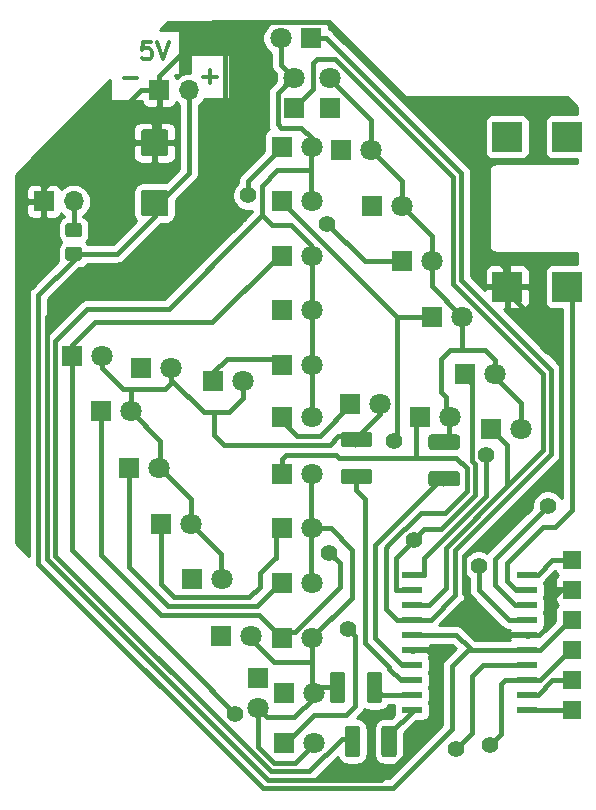
<source format=gbr>
%TF.GenerationSoftware,KiCad,Pcbnew,(5.1.4)-1*%
%TF.CreationDate,2020-11-17T11:02:06+02:00*%
%TF.ProjectId,possu2,706f7373-7532-42e6-9b69-6361645f7063,rev?*%
%TF.SameCoordinates,Original*%
%TF.FileFunction,Copper,L1,Top*%
%TF.FilePolarity,Positive*%
%FSLAX46Y46*%
G04 Gerber Fmt 4.6, Leading zero omitted, Abs format (unit mm)*
G04 Created by KiCad (PCBNEW (5.1.4)-1) date 2020-11-17 11:02:06*
%MOMM*%
%LPD*%
G04 APERTURE LIST*
%TA.AperFunction,NonConductor*%
%ADD10C,0.300000*%
%TD*%
%TA.AperFunction,SMDPad,CuDef*%
%ADD11R,2.540000X2.540000*%
%TD*%
%TA.AperFunction,ComponentPad*%
%ADD12R,1.800000X1.800000*%
%TD*%
%TA.AperFunction,ComponentPad*%
%ADD13C,1.800000*%
%TD*%
%TA.AperFunction,Conductor*%
%ADD14C,0.150000*%
%TD*%
%TA.AperFunction,SMDPad,CuDef*%
%ADD15C,2.250000*%
%TD*%
%TA.AperFunction,ComponentPad*%
%ADD16R,1.700000X1.700000*%
%TD*%
%TA.AperFunction,ComponentPad*%
%ADD17O,1.700000X1.700000*%
%TD*%
%TA.AperFunction,SMDPad,CuDef*%
%ADD18C,1.200000*%
%TD*%
%TA.AperFunction,SMDPad,CuDef*%
%ADD19C,1.300000*%
%TD*%
%TA.AperFunction,SMDPad,CuDef*%
%ADD20R,1.524000X1.524000*%
%TD*%
%TA.AperFunction,SMDPad,CuDef*%
%ADD21R,1.750000X0.600000*%
%TD*%
%TA.AperFunction,ViaPad*%
%ADD22C,1.400000*%
%TD*%
%TA.AperFunction,Conductor*%
%ADD23C,0.400000*%
%TD*%
%TA.AperFunction,Conductor*%
%ADD24C,0.254000*%
%TD*%
G04 APERTURE END LIST*
D10*
X92138571Y-33254142D02*
X93281428Y-33254142D01*
X92710000Y-33825571D02*
X92710000Y-32682714D01*
X85407571Y-33381142D02*
X86550428Y-33381142D01*
X87725285Y-30293571D02*
X87011000Y-30293571D01*
X86939571Y-31007857D01*
X87011000Y-30936428D01*
X87153857Y-30865000D01*
X87511000Y-30865000D01*
X87653857Y-30936428D01*
X87725285Y-31007857D01*
X87796714Y-31150714D01*
X87796714Y-31507857D01*
X87725285Y-31650714D01*
X87653857Y-31722142D01*
X87511000Y-31793571D01*
X87153857Y-31793571D01*
X87011000Y-31722142D01*
X86939571Y-31650714D01*
X88225285Y-30293571D02*
X88725285Y-31793571D01*
X89225285Y-30293571D01*
D11*
%TO.P,SW1,NC*%
%TO.N,N/C*%
X122936000Y-38354000D03*
%TO.P,SW1,2*%
%TO.N,Net-(IC1-Pad9)*%
X122936000Y-51054000D03*
%TO.P,SW1,NC*%
%TO.N,N/C*%
X117856000Y-38354000D03*
%TO.P,SW1,1*%
%TO.N,GND*%
X117856000Y-51054000D03*
%TD*%
D12*
%TO.P,D5,1*%
%TO.N,Net-(D13-Pad1)*%
X98806000Y-48400000D03*
D13*
%TO.P,D5,2*%
%TO.N,Net-(D1-Pad2)*%
X101346000Y-48400000D03*
%TD*%
D12*
%TO.P,D25,1*%
%TO.N,Net-(D1-Pad1)*%
X110490000Y-62100000D03*
D13*
%TO.P,D25,2*%
%TO.N,Net-(D25-Pad2)*%
X113030000Y-62100000D03*
%TD*%
D14*
%TO.N,VCC*%
%TO.C,C1*%
G36*
X88960505Y-42828204D02*
G01*
X88984773Y-42831804D01*
X89008572Y-42837765D01*
X89031671Y-42846030D01*
X89053850Y-42856520D01*
X89074893Y-42869132D01*
X89094599Y-42883747D01*
X89112777Y-42900223D01*
X89129253Y-42918401D01*
X89143868Y-42938107D01*
X89156480Y-42959150D01*
X89166970Y-42981329D01*
X89175235Y-43004428D01*
X89181196Y-43028227D01*
X89184796Y-43052495D01*
X89186000Y-43076999D01*
X89186000Y-44827001D01*
X89184796Y-44851505D01*
X89181196Y-44875773D01*
X89175235Y-44899572D01*
X89166970Y-44922671D01*
X89156480Y-44944850D01*
X89143868Y-44965893D01*
X89129253Y-44985599D01*
X89112777Y-45003777D01*
X89094599Y-45020253D01*
X89074893Y-45034868D01*
X89053850Y-45047480D01*
X89031671Y-45057970D01*
X89008572Y-45066235D01*
X88984773Y-45072196D01*
X88960505Y-45075796D01*
X88936001Y-45077000D01*
X87085999Y-45077000D01*
X87061495Y-45075796D01*
X87037227Y-45072196D01*
X87013428Y-45066235D01*
X86990329Y-45057970D01*
X86968150Y-45047480D01*
X86947107Y-45034868D01*
X86927401Y-45020253D01*
X86909223Y-45003777D01*
X86892747Y-44985599D01*
X86878132Y-44965893D01*
X86865520Y-44944850D01*
X86855030Y-44922671D01*
X86846765Y-44899572D01*
X86840804Y-44875773D01*
X86837204Y-44851505D01*
X86836000Y-44827001D01*
X86836000Y-43076999D01*
X86837204Y-43052495D01*
X86840804Y-43028227D01*
X86846765Y-43004428D01*
X86855030Y-42981329D01*
X86865520Y-42959150D01*
X86878132Y-42938107D01*
X86892747Y-42918401D01*
X86909223Y-42900223D01*
X86927401Y-42883747D01*
X86947107Y-42869132D01*
X86968150Y-42856520D01*
X86990329Y-42846030D01*
X87013428Y-42837765D01*
X87037227Y-42831804D01*
X87061495Y-42828204D01*
X87085999Y-42827000D01*
X88936001Y-42827000D01*
X88960505Y-42828204D01*
X88960505Y-42828204D01*
G37*
D15*
%TD*%
%TO.P,C1,1*%
%TO.N,VCC*%
X88011000Y-43952000D03*
D14*
%TO.N,GND*%
%TO.C,C1*%
G36*
X88960505Y-37728204D02*
G01*
X88984773Y-37731804D01*
X89008572Y-37737765D01*
X89031671Y-37746030D01*
X89053850Y-37756520D01*
X89074893Y-37769132D01*
X89094599Y-37783747D01*
X89112777Y-37800223D01*
X89129253Y-37818401D01*
X89143868Y-37838107D01*
X89156480Y-37859150D01*
X89166970Y-37881329D01*
X89175235Y-37904428D01*
X89181196Y-37928227D01*
X89184796Y-37952495D01*
X89186000Y-37976999D01*
X89186000Y-39727001D01*
X89184796Y-39751505D01*
X89181196Y-39775773D01*
X89175235Y-39799572D01*
X89166970Y-39822671D01*
X89156480Y-39844850D01*
X89143868Y-39865893D01*
X89129253Y-39885599D01*
X89112777Y-39903777D01*
X89094599Y-39920253D01*
X89074893Y-39934868D01*
X89053850Y-39947480D01*
X89031671Y-39957970D01*
X89008572Y-39966235D01*
X88984773Y-39972196D01*
X88960505Y-39975796D01*
X88936001Y-39977000D01*
X87085999Y-39977000D01*
X87061495Y-39975796D01*
X87037227Y-39972196D01*
X87013428Y-39966235D01*
X86990329Y-39957970D01*
X86968150Y-39947480D01*
X86947107Y-39934868D01*
X86927401Y-39920253D01*
X86909223Y-39903777D01*
X86892747Y-39885599D01*
X86878132Y-39865893D01*
X86865520Y-39844850D01*
X86855030Y-39822671D01*
X86846765Y-39799572D01*
X86840804Y-39775773D01*
X86837204Y-39751505D01*
X86836000Y-39727001D01*
X86836000Y-37976999D01*
X86837204Y-37952495D01*
X86840804Y-37928227D01*
X86846765Y-37904428D01*
X86855030Y-37881329D01*
X86865520Y-37859150D01*
X86878132Y-37838107D01*
X86892747Y-37818401D01*
X86909223Y-37800223D01*
X86927401Y-37783747D01*
X86947107Y-37769132D01*
X86968150Y-37756520D01*
X86990329Y-37746030D01*
X87013428Y-37737765D01*
X87037227Y-37731804D01*
X87061495Y-37728204D01*
X87085999Y-37727000D01*
X88936001Y-37727000D01*
X88960505Y-37728204D01*
X88960505Y-37728204D01*
G37*
D15*
%TD*%
%TO.P,C1,2*%
%TO.N,GND*%
X88011000Y-38852000D03*
D16*
%TO.P,P2,1*%
%TO.N,GND*%
X78613000Y-43815000D03*
D17*
%TO.P,P2,2*%
%TO.N,Net-(F1-Pad2)*%
X81153000Y-43815000D03*
%TD*%
D14*
%TO.N,VCC*%
%TO.C,F1*%
G36*
X81627505Y-47645204D02*
G01*
X81651773Y-47648804D01*
X81675572Y-47654765D01*
X81698671Y-47663030D01*
X81720850Y-47673520D01*
X81741893Y-47686132D01*
X81761599Y-47700747D01*
X81779777Y-47717223D01*
X81796253Y-47735401D01*
X81810868Y-47755107D01*
X81823480Y-47776150D01*
X81833970Y-47798329D01*
X81842235Y-47821428D01*
X81848196Y-47845227D01*
X81851796Y-47869495D01*
X81853000Y-47893999D01*
X81853000Y-48594001D01*
X81851796Y-48618505D01*
X81848196Y-48642773D01*
X81842235Y-48666572D01*
X81833970Y-48689671D01*
X81823480Y-48711850D01*
X81810868Y-48732893D01*
X81796253Y-48752599D01*
X81779777Y-48770777D01*
X81761599Y-48787253D01*
X81741893Y-48801868D01*
X81720850Y-48814480D01*
X81698671Y-48824970D01*
X81675572Y-48833235D01*
X81651773Y-48839196D01*
X81627505Y-48842796D01*
X81603001Y-48844000D01*
X80702999Y-48844000D01*
X80678495Y-48842796D01*
X80654227Y-48839196D01*
X80630428Y-48833235D01*
X80607329Y-48824970D01*
X80585150Y-48814480D01*
X80564107Y-48801868D01*
X80544401Y-48787253D01*
X80526223Y-48770777D01*
X80509747Y-48752599D01*
X80495132Y-48732893D01*
X80482520Y-48711850D01*
X80472030Y-48689671D01*
X80463765Y-48666572D01*
X80457804Y-48642773D01*
X80454204Y-48618505D01*
X80453000Y-48594001D01*
X80453000Y-47893999D01*
X80454204Y-47869495D01*
X80457804Y-47845227D01*
X80463765Y-47821428D01*
X80472030Y-47798329D01*
X80482520Y-47776150D01*
X80495132Y-47755107D01*
X80509747Y-47735401D01*
X80526223Y-47717223D01*
X80544401Y-47700747D01*
X80564107Y-47686132D01*
X80585150Y-47673520D01*
X80607329Y-47663030D01*
X80630428Y-47654765D01*
X80654227Y-47648804D01*
X80678495Y-47645204D01*
X80702999Y-47644000D01*
X81603001Y-47644000D01*
X81627505Y-47645204D01*
X81627505Y-47645204D01*
G37*
D18*
%TD*%
%TO.P,F1,1*%
%TO.N,VCC*%
X81153000Y-48244000D03*
D14*
%TO.N,Net-(F1-Pad2)*%
%TO.C,F1*%
G36*
X81627505Y-45645204D02*
G01*
X81651773Y-45648804D01*
X81675572Y-45654765D01*
X81698671Y-45663030D01*
X81720850Y-45673520D01*
X81741893Y-45686132D01*
X81761599Y-45700747D01*
X81779777Y-45717223D01*
X81796253Y-45735401D01*
X81810868Y-45755107D01*
X81823480Y-45776150D01*
X81833970Y-45798329D01*
X81842235Y-45821428D01*
X81848196Y-45845227D01*
X81851796Y-45869495D01*
X81853000Y-45893999D01*
X81853000Y-46594001D01*
X81851796Y-46618505D01*
X81848196Y-46642773D01*
X81842235Y-46666572D01*
X81833970Y-46689671D01*
X81823480Y-46711850D01*
X81810868Y-46732893D01*
X81796253Y-46752599D01*
X81779777Y-46770777D01*
X81761599Y-46787253D01*
X81741893Y-46801868D01*
X81720850Y-46814480D01*
X81698671Y-46824970D01*
X81675572Y-46833235D01*
X81651773Y-46839196D01*
X81627505Y-46842796D01*
X81603001Y-46844000D01*
X80702999Y-46844000D01*
X80678495Y-46842796D01*
X80654227Y-46839196D01*
X80630428Y-46833235D01*
X80607329Y-46824970D01*
X80585150Y-46814480D01*
X80564107Y-46801868D01*
X80544401Y-46787253D01*
X80526223Y-46770777D01*
X80509747Y-46752599D01*
X80495132Y-46732893D01*
X80482520Y-46711850D01*
X80472030Y-46689671D01*
X80463765Y-46666572D01*
X80457804Y-46642773D01*
X80454204Y-46618505D01*
X80453000Y-46594001D01*
X80453000Y-45893999D01*
X80454204Y-45869495D01*
X80457804Y-45845227D01*
X80463765Y-45821428D01*
X80472030Y-45798329D01*
X80482520Y-45776150D01*
X80495132Y-45755107D01*
X80509747Y-45735401D01*
X80526223Y-45717223D01*
X80544401Y-45700747D01*
X80564107Y-45686132D01*
X80585150Y-45673520D01*
X80607329Y-45663030D01*
X80630428Y-45654765D01*
X80654227Y-45648804D01*
X80678495Y-45645204D01*
X80702999Y-45644000D01*
X81603001Y-45644000D01*
X81627505Y-45645204D01*
X81627505Y-45645204D01*
G37*
D18*
%TD*%
%TO.P,F1,2*%
%TO.N,Net-(F1-Pad2)*%
X81153000Y-46244000D03*
D13*
%TO.P,D1,2*%
%TO.N,Net-(D1-Pad2)*%
X98679000Y-30000000D03*
D12*
%TO.P,D1,1*%
%TO.N,Net-(D1-Pad1)*%
X101219000Y-30000000D03*
%TD*%
%TO.P,D2,1*%
%TO.N,Net-(D10-Pad1)*%
X99822000Y-35941000D03*
D13*
%TO.P,D2,2*%
%TO.N,Net-(D1-Pad2)*%
X99822000Y-33401000D03*
%TD*%
D12*
%TO.P,D3,1*%
%TO.N,Net-(D11-Pad1)*%
X98806000Y-39200000D03*
D13*
%TO.P,D3,2*%
%TO.N,Net-(D1-Pad2)*%
X101346000Y-39200000D03*
%TD*%
%TO.P,D4,2*%
%TO.N,Net-(D1-Pad2)*%
X101346000Y-43800000D03*
D12*
%TO.P,D4,1*%
%TO.N,Net-(D12-Pad1)*%
X98806000Y-43800000D03*
%TD*%
D13*
%TO.P,D6,2*%
%TO.N,Net-(D1-Pad2)*%
X101346000Y-53000000D03*
D12*
%TO.P,D6,1*%
%TO.N,Net-(D14-Pad1)*%
X98806000Y-53000000D03*
%TD*%
%TO.P,D7,1*%
%TO.N,Net-(D15-Pad1)*%
X98806000Y-57658000D03*
D13*
%TO.P,D7,2*%
%TO.N,Net-(D1-Pad2)*%
X101346000Y-57658000D03*
%TD*%
%TO.P,D8,2*%
%TO.N,Net-(D1-Pad2)*%
X101346000Y-62103000D03*
D12*
%TO.P,D8,1*%
%TO.N,Net-(D16-Pad1)*%
X98806000Y-62103000D03*
%TD*%
D13*
%TO.P,D9,2*%
%TO.N,Net-(D10-Pad2)*%
X101346000Y-66900000D03*
D12*
%TO.P,D9,1*%
%TO.N,Net-(D1-Pad1)*%
X98806000Y-66900000D03*
%TD*%
%TO.P,D10,1*%
%TO.N,Net-(D10-Pad1)*%
X98806000Y-71500000D03*
D13*
%TO.P,D10,2*%
%TO.N,Net-(D10-Pad2)*%
X101346000Y-71500000D03*
%TD*%
D12*
%TO.P,D11,1*%
%TO.N,Net-(D11-Pad1)*%
X98806000Y-76100000D03*
D13*
%TO.P,D11,2*%
%TO.N,Net-(D10-Pad2)*%
X101346000Y-76100000D03*
%TD*%
%TO.P,D12,2*%
%TO.N,Net-(D10-Pad2)*%
X101346000Y-80800000D03*
D12*
%TO.P,D12,1*%
%TO.N,Net-(D12-Pad1)*%
X98806000Y-80800000D03*
%TD*%
%TO.P,D13,1*%
%TO.N,Net-(D13-Pad1)*%
X98933000Y-85400000D03*
D13*
%TO.P,D13,2*%
%TO.N,Net-(D10-Pad2)*%
X101473000Y-85400000D03*
%TD*%
%TO.P,D14,2*%
%TO.N,Net-(D10-Pad2)*%
X101473000Y-89662000D03*
D12*
%TO.P,D14,1*%
%TO.N,Net-(D14-Pad1)*%
X98933000Y-89662000D03*
%TD*%
%TO.P,D15,1*%
%TO.N,Net-(D15-Pad1)*%
X96774000Y-84201000D03*
D13*
%TO.P,D15,2*%
%TO.N,Net-(D10-Pad2)*%
X96774000Y-86741000D03*
%TD*%
%TO.P,D16,2*%
%TO.N,Net-(D10-Pad2)*%
X96139000Y-80600000D03*
D12*
%TO.P,D16,1*%
%TO.N,Net-(D16-Pad1)*%
X93599000Y-80600000D03*
%TD*%
%TO.P,D17,1*%
%TO.N,Net-(D1-Pad1)*%
X91186000Y-75800000D03*
D13*
%TO.P,D17,2*%
%TO.N,Net-(D17-Pad2)*%
X93726000Y-75800000D03*
%TD*%
%TO.P,D18,2*%
%TO.N,Net-(D17-Pad2)*%
X91059000Y-71100000D03*
D12*
%TO.P,D18,1*%
%TO.N,Net-(D10-Pad1)*%
X88519000Y-71100000D03*
%TD*%
D13*
%TO.P,D19,2*%
%TO.N,Net-(D17-Pad2)*%
X88392000Y-66400000D03*
D12*
%TO.P,D19,1*%
%TO.N,Net-(D11-Pad1)*%
X85852000Y-66400000D03*
%TD*%
D13*
%TO.P,D20,2*%
%TO.N,Net-(D17-Pad2)*%
X85979000Y-61595000D03*
D12*
%TO.P,D20,1*%
%TO.N,Net-(D12-Pad1)*%
X83439000Y-61595000D03*
%TD*%
%TO.P,D21,1*%
%TO.N,Net-(D13-Pad1)*%
X81026000Y-56900000D03*
D13*
%TO.P,D21,2*%
%TO.N,Net-(D17-Pad2)*%
X83566000Y-56900000D03*
%TD*%
D12*
%TO.P,D22,1*%
%TO.N,Net-(D14-Pad1)*%
X86868000Y-57900000D03*
D13*
%TO.P,D22,2*%
%TO.N,Net-(D17-Pad2)*%
X89408000Y-57900000D03*
%TD*%
%TO.P,D23,2*%
%TO.N,Net-(D17-Pad2)*%
X95504000Y-59000000D03*
D12*
%TO.P,D23,1*%
%TO.N,Net-(D15-Pad1)*%
X92964000Y-59000000D03*
%TD*%
%TO.P,D24,1*%
%TO.N,Net-(D16-Pad1)*%
X104521000Y-60960000D03*
D13*
%TO.P,D24,2*%
%TO.N,Net-(D17-Pad2)*%
X107061000Y-60960000D03*
%TD*%
%TO.P,D26,2*%
%TO.N,Net-(D25-Pad2)*%
X118999000Y-63100000D03*
D12*
%TO.P,D26,1*%
%TO.N,Net-(D10-Pad1)*%
X116459000Y-63100000D03*
%TD*%
D13*
%TO.P,D27,2*%
%TO.N,Net-(D25-Pad2)*%
X116840000Y-58400000D03*
D12*
%TO.P,D27,1*%
%TO.N,Net-(D11-Pad1)*%
X114300000Y-58400000D03*
%TD*%
%TO.P,D28,1*%
%TO.N,Net-(D12-Pad1)*%
X111506000Y-53594000D03*
D13*
%TO.P,D28,2*%
%TO.N,Net-(D25-Pad2)*%
X114046000Y-53594000D03*
%TD*%
%TO.P,D29,2*%
%TO.N,Net-(D25-Pad2)*%
X111506000Y-48895000D03*
D12*
%TO.P,D29,1*%
%TO.N,Net-(D13-Pad1)*%
X108966000Y-48895000D03*
%TD*%
%TO.P,D30,1*%
%TO.N,Net-(D14-Pad1)*%
X106426000Y-44196000D03*
D13*
%TO.P,D30,2*%
%TO.N,Net-(D25-Pad2)*%
X108966000Y-44196000D03*
%TD*%
%TO.P,D31,2*%
%TO.N,Net-(D25-Pad2)*%
X106299000Y-39497000D03*
D12*
%TO.P,D31,1*%
%TO.N,Net-(D15-Pad1)*%
X103759000Y-39497000D03*
%TD*%
%TO.P,D32,1*%
%TO.N,Net-(D16-Pad1)*%
X102870000Y-35941000D03*
D13*
%TO.P,D32,2*%
%TO.N,Net-(D25-Pad2)*%
X102870000Y-33401000D03*
%TD*%
D14*
%TO.N,Net-(IC1-Pad20)*%
%TO.C,R1*%
G36*
X108273504Y-88211204D02*
G01*
X108297773Y-88214804D01*
X108321571Y-88220765D01*
X108344671Y-88229030D01*
X108366849Y-88239520D01*
X108387893Y-88252133D01*
X108407598Y-88266747D01*
X108425777Y-88283223D01*
X108442253Y-88301402D01*
X108456867Y-88321107D01*
X108469480Y-88342151D01*
X108479970Y-88364329D01*
X108488235Y-88387429D01*
X108494196Y-88411227D01*
X108497796Y-88435496D01*
X108499000Y-88460000D01*
X108499000Y-90610000D01*
X108497796Y-90634504D01*
X108494196Y-90658773D01*
X108488235Y-90682571D01*
X108479970Y-90705671D01*
X108469480Y-90727849D01*
X108456867Y-90748893D01*
X108442253Y-90768598D01*
X108425777Y-90786777D01*
X108407598Y-90803253D01*
X108387893Y-90817867D01*
X108366849Y-90830480D01*
X108344671Y-90840970D01*
X108321571Y-90849235D01*
X108297773Y-90855196D01*
X108273504Y-90858796D01*
X108249000Y-90860000D01*
X107449000Y-90860000D01*
X107424496Y-90858796D01*
X107400227Y-90855196D01*
X107376429Y-90849235D01*
X107353329Y-90840970D01*
X107331151Y-90830480D01*
X107310107Y-90817867D01*
X107290402Y-90803253D01*
X107272223Y-90786777D01*
X107255747Y-90768598D01*
X107241133Y-90748893D01*
X107228520Y-90727849D01*
X107218030Y-90705671D01*
X107209765Y-90682571D01*
X107203804Y-90658773D01*
X107200204Y-90634504D01*
X107199000Y-90610000D01*
X107199000Y-88460000D01*
X107200204Y-88435496D01*
X107203804Y-88411227D01*
X107209765Y-88387429D01*
X107218030Y-88364329D01*
X107228520Y-88342151D01*
X107241133Y-88321107D01*
X107255747Y-88301402D01*
X107272223Y-88283223D01*
X107290402Y-88266747D01*
X107310107Y-88252133D01*
X107331151Y-88239520D01*
X107353329Y-88229030D01*
X107376429Y-88220765D01*
X107400227Y-88214804D01*
X107424496Y-88211204D01*
X107449000Y-88210000D01*
X108249000Y-88210000D01*
X108273504Y-88211204D01*
X108273504Y-88211204D01*
G37*
D19*
%TD*%
%TO.P,R1,1*%
%TO.N,Net-(IC1-Pad20)*%
X107849000Y-89535000D03*
D14*
%TO.N,Net-(D1-Pad2)*%
%TO.C,R1*%
G36*
X105173504Y-88211204D02*
G01*
X105197773Y-88214804D01*
X105221571Y-88220765D01*
X105244671Y-88229030D01*
X105266849Y-88239520D01*
X105287893Y-88252133D01*
X105307598Y-88266747D01*
X105325777Y-88283223D01*
X105342253Y-88301402D01*
X105356867Y-88321107D01*
X105369480Y-88342151D01*
X105379970Y-88364329D01*
X105388235Y-88387429D01*
X105394196Y-88411227D01*
X105397796Y-88435496D01*
X105399000Y-88460000D01*
X105399000Y-90610000D01*
X105397796Y-90634504D01*
X105394196Y-90658773D01*
X105388235Y-90682571D01*
X105379970Y-90705671D01*
X105369480Y-90727849D01*
X105356867Y-90748893D01*
X105342253Y-90768598D01*
X105325777Y-90786777D01*
X105307598Y-90803253D01*
X105287893Y-90817867D01*
X105266849Y-90830480D01*
X105244671Y-90840970D01*
X105221571Y-90849235D01*
X105197773Y-90855196D01*
X105173504Y-90858796D01*
X105149000Y-90860000D01*
X104349000Y-90860000D01*
X104324496Y-90858796D01*
X104300227Y-90855196D01*
X104276429Y-90849235D01*
X104253329Y-90840970D01*
X104231151Y-90830480D01*
X104210107Y-90817867D01*
X104190402Y-90803253D01*
X104172223Y-90786777D01*
X104155747Y-90768598D01*
X104141133Y-90748893D01*
X104128520Y-90727849D01*
X104118030Y-90705671D01*
X104109765Y-90682571D01*
X104103804Y-90658773D01*
X104100204Y-90634504D01*
X104099000Y-90610000D01*
X104099000Y-88460000D01*
X104100204Y-88435496D01*
X104103804Y-88411227D01*
X104109765Y-88387429D01*
X104118030Y-88364329D01*
X104128520Y-88342151D01*
X104141133Y-88321107D01*
X104155747Y-88301402D01*
X104172223Y-88283223D01*
X104190402Y-88266747D01*
X104210107Y-88252133D01*
X104231151Y-88239520D01*
X104253329Y-88229030D01*
X104276429Y-88220765D01*
X104300227Y-88214804D01*
X104324496Y-88211204D01*
X104349000Y-88210000D01*
X105149000Y-88210000D01*
X105173504Y-88211204D01*
X105173504Y-88211204D01*
G37*
D19*
%TD*%
%TO.P,R1,2*%
%TO.N,Net-(D1-Pad2)*%
X104749000Y-89535000D03*
D14*
%TO.N,Net-(D10-Pad2)*%
%TO.C,R2*%
G36*
X103942304Y-83641704D02*
G01*
X103966573Y-83645304D01*
X103990371Y-83651265D01*
X104013471Y-83659530D01*
X104035649Y-83670020D01*
X104056693Y-83682633D01*
X104076398Y-83697247D01*
X104094577Y-83713723D01*
X104111053Y-83731902D01*
X104125667Y-83751607D01*
X104138280Y-83772651D01*
X104148770Y-83794829D01*
X104157035Y-83817929D01*
X104162996Y-83841727D01*
X104166596Y-83865996D01*
X104167800Y-83890500D01*
X104167800Y-86040500D01*
X104166596Y-86065004D01*
X104162996Y-86089273D01*
X104157035Y-86113071D01*
X104148770Y-86136171D01*
X104138280Y-86158349D01*
X104125667Y-86179393D01*
X104111053Y-86199098D01*
X104094577Y-86217277D01*
X104076398Y-86233753D01*
X104056693Y-86248367D01*
X104035649Y-86260980D01*
X104013471Y-86271470D01*
X103990371Y-86279735D01*
X103966573Y-86285696D01*
X103942304Y-86289296D01*
X103917800Y-86290500D01*
X103117800Y-86290500D01*
X103093296Y-86289296D01*
X103069027Y-86285696D01*
X103045229Y-86279735D01*
X103022129Y-86271470D01*
X102999951Y-86260980D01*
X102978907Y-86248367D01*
X102959202Y-86233753D01*
X102941023Y-86217277D01*
X102924547Y-86199098D01*
X102909933Y-86179393D01*
X102897320Y-86158349D01*
X102886830Y-86136171D01*
X102878565Y-86113071D01*
X102872604Y-86089273D01*
X102869004Y-86065004D01*
X102867800Y-86040500D01*
X102867800Y-83890500D01*
X102869004Y-83865996D01*
X102872604Y-83841727D01*
X102878565Y-83817929D01*
X102886830Y-83794829D01*
X102897320Y-83772651D01*
X102909933Y-83751607D01*
X102924547Y-83731902D01*
X102941023Y-83713723D01*
X102959202Y-83697247D01*
X102978907Y-83682633D01*
X102999951Y-83670020D01*
X103022129Y-83659530D01*
X103045229Y-83651265D01*
X103069027Y-83645304D01*
X103093296Y-83641704D01*
X103117800Y-83640500D01*
X103917800Y-83640500D01*
X103942304Y-83641704D01*
X103942304Y-83641704D01*
G37*
D19*
%TD*%
%TO.P,R2,2*%
%TO.N,Net-(D10-Pad2)*%
X103517800Y-84965500D03*
D14*
%TO.N,Net-(IC1-Pad19)*%
%TO.C,R2*%
G36*
X107042304Y-83641704D02*
G01*
X107066573Y-83645304D01*
X107090371Y-83651265D01*
X107113471Y-83659530D01*
X107135649Y-83670020D01*
X107156693Y-83682633D01*
X107176398Y-83697247D01*
X107194577Y-83713723D01*
X107211053Y-83731902D01*
X107225667Y-83751607D01*
X107238280Y-83772651D01*
X107248770Y-83794829D01*
X107257035Y-83817929D01*
X107262996Y-83841727D01*
X107266596Y-83865996D01*
X107267800Y-83890500D01*
X107267800Y-86040500D01*
X107266596Y-86065004D01*
X107262996Y-86089273D01*
X107257035Y-86113071D01*
X107248770Y-86136171D01*
X107238280Y-86158349D01*
X107225667Y-86179393D01*
X107211053Y-86199098D01*
X107194577Y-86217277D01*
X107176398Y-86233753D01*
X107156693Y-86248367D01*
X107135649Y-86260980D01*
X107113471Y-86271470D01*
X107090371Y-86279735D01*
X107066573Y-86285696D01*
X107042304Y-86289296D01*
X107017800Y-86290500D01*
X106217800Y-86290500D01*
X106193296Y-86289296D01*
X106169027Y-86285696D01*
X106145229Y-86279735D01*
X106122129Y-86271470D01*
X106099951Y-86260980D01*
X106078907Y-86248367D01*
X106059202Y-86233753D01*
X106041023Y-86217277D01*
X106024547Y-86199098D01*
X106009933Y-86179393D01*
X105997320Y-86158349D01*
X105986830Y-86136171D01*
X105978565Y-86113071D01*
X105972604Y-86089273D01*
X105969004Y-86065004D01*
X105967800Y-86040500D01*
X105967800Y-83890500D01*
X105969004Y-83865996D01*
X105972604Y-83841727D01*
X105978565Y-83817929D01*
X105986830Y-83794829D01*
X105997320Y-83772651D01*
X106009933Y-83751607D01*
X106024547Y-83731902D01*
X106041023Y-83713723D01*
X106059202Y-83697247D01*
X106078907Y-83682633D01*
X106099951Y-83670020D01*
X106122129Y-83659530D01*
X106145229Y-83651265D01*
X106169027Y-83645304D01*
X106193296Y-83641704D01*
X106217800Y-83640500D01*
X107017800Y-83640500D01*
X107042304Y-83641704D01*
X107042304Y-83641704D01*
G37*
D19*
%TD*%
%TO.P,R2,1*%
%TO.N,Net-(IC1-Pad19)*%
X106617800Y-84965500D03*
D14*
%TO.N,Net-(IC1-Pad18)*%
%TO.C,R3*%
G36*
X106186604Y-66433204D02*
G01*
X106210873Y-66436804D01*
X106234671Y-66442765D01*
X106257771Y-66451030D01*
X106279949Y-66461520D01*
X106300993Y-66474133D01*
X106320698Y-66488747D01*
X106338877Y-66505223D01*
X106355353Y-66523402D01*
X106369967Y-66543107D01*
X106382580Y-66564151D01*
X106393070Y-66586329D01*
X106401335Y-66609429D01*
X106407296Y-66633227D01*
X106410896Y-66657496D01*
X106412100Y-66682000D01*
X106412100Y-67482000D01*
X106410896Y-67506504D01*
X106407296Y-67530773D01*
X106401335Y-67554571D01*
X106393070Y-67577671D01*
X106382580Y-67599849D01*
X106369967Y-67620893D01*
X106355353Y-67640598D01*
X106338877Y-67658777D01*
X106320698Y-67675253D01*
X106300993Y-67689867D01*
X106279949Y-67702480D01*
X106257771Y-67712970D01*
X106234671Y-67721235D01*
X106210873Y-67727196D01*
X106186604Y-67730796D01*
X106162100Y-67732000D01*
X104012100Y-67732000D01*
X103987596Y-67730796D01*
X103963327Y-67727196D01*
X103939529Y-67721235D01*
X103916429Y-67712970D01*
X103894251Y-67702480D01*
X103873207Y-67689867D01*
X103853502Y-67675253D01*
X103835323Y-67658777D01*
X103818847Y-67640598D01*
X103804233Y-67620893D01*
X103791620Y-67599849D01*
X103781130Y-67577671D01*
X103772865Y-67554571D01*
X103766904Y-67530773D01*
X103763304Y-67506504D01*
X103762100Y-67482000D01*
X103762100Y-66682000D01*
X103763304Y-66657496D01*
X103766904Y-66633227D01*
X103772865Y-66609429D01*
X103781130Y-66586329D01*
X103791620Y-66564151D01*
X103804233Y-66543107D01*
X103818847Y-66523402D01*
X103835323Y-66505223D01*
X103853502Y-66488747D01*
X103873207Y-66474133D01*
X103894251Y-66461520D01*
X103916429Y-66451030D01*
X103939529Y-66442765D01*
X103963327Y-66436804D01*
X103987596Y-66433204D01*
X104012100Y-66432000D01*
X106162100Y-66432000D01*
X106186604Y-66433204D01*
X106186604Y-66433204D01*
G37*
D19*
%TD*%
%TO.P,R3,1*%
%TO.N,Net-(IC1-Pad18)*%
X105087100Y-67082000D03*
D14*
%TO.N,Net-(D17-Pad2)*%
%TO.C,R3*%
G36*
X106186604Y-63333204D02*
G01*
X106210873Y-63336804D01*
X106234671Y-63342765D01*
X106257771Y-63351030D01*
X106279949Y-63361520D01*
X106300993Y-63374133D01*
X106320698Y-63388747D01*
X106338877Y-63405223D01*
X106355353Y-63423402D01*
X106369967Y-63443107D01*
X106382580Y-63464151D01*
X106393070Y-63486329D01*
X106401335Y-63509429D01*
X106407296Y-63533227D01*
X106410896Y-63557496D01*
X106412100Y-63582000D01*
X106412100Y-64382000D01*
X106410896Y-64406504D01*
X106407296Y-64430773D01*
X106401335Y-64454571D01*
X106393070Y-64477671D01*
X106382580Y-64499849D01*
X106369967Y-64520893D01*
X106355353Y-64540598D01*
X106338877Y-64558777D01*
X106320698Y-64575253D01*
X106300993Y-64589867D01*
X106279949Y-64602480D01*
X106257771Y-64612970D01*
X106234671Y-64621235D01*
X106210873Y-64627196D01*
X106186604Y-64630796D01*
X106162100Y-64632000D01*
X104012100Y-64632000D01*
X103987596Y-64630796D01*
X103963327Y-64627196D01*
X103939529Y-64621235D01*
X103916429Y-64612970D01*
X103894251Y-64602480D01*
X103873207Y-64589867D01*
X103853502Y-64575253D01*
X103835323Y-64558777D01*
X103818847Y-64540598D01*
X103804233Y-64520893D01*
X103791620Y-64499849D01*
X103781130Y-64477671D01*
X103772865Y-64454571D01*
X103766904Y-64430773D01*
X103763304Y-64406504D01*
X103762100Y-64382000D01*
X103762100Y-63582000D01*
X103763304Y-63557496D01*
X103766904Y-63533227D01*
X103772865Y-63509429D01*
X103781130Y-63486329D01*
X103791620Y-63464151D01*
X103804233Y-63443107D01*
X103818847Y-63423402D01*
X103835323Y-63405223D01*
X103853502Y-63388747D01*
X103873207Y-63374133D01*
X103894251Y-63361520D01*
X103916429Y-63351030D01*
X103939529Y-63342765D01*
X103963327Y-63336804D01*
X103987596Y-63333204D01*
X104012100Y-63332000D01*
X106162100Y-63332000D01*
X106186604Y-63333204D01*
X106186604Y-63333204D01*
G37*
D19*
%TD*%
%TO.P,R3,2*%
%TO.N,Net-(D17-Pad2)*%
X105087100Y-63982000D03*
D14*
%TO.N,Net-(D25-Pad2)*%
%TO.C,R4*%
G36*
X113621504Y-63544904D02*
G01*
X113645773Y-63548504D01*
X113669571Y-63554465D01*
X113692671Y-63562730D01*
X113714849Y-63573220D01*
X113735893Y-63585833D01*
X113755598Y-63600447D01*
X113773777Y-63616923D01*
X113790253Y-63635102D01*
X113804867Y-63654807D01*
X113817480Y-63675851D01*
X113827970Y-63698029D01*
X113836235Y-63721129D01*
X113842196Y-63744927D01*
X113845796Y-63769196D01*
X113847000Y-63793700D01*
X113847000Y-64593700D01*
X113845796Y-64618204D01*
X113842196Y-64642473D01*
X113836235Y-64666271D01*
X113827970Y-64689371D01*
X113817480Y-64711549D01*
X113804867Y-64732593D01*
X113790253Y-64752298D01*
X113773777Y-64770477D01*
X113755598Y-64786953D01*
X113735893Y-64801567D01*
X113714849Y-64814180D01*
X113692671Y-64824670D01*
X113669571Y-64832935D01*
X113645773Y-64838896D01*
X113621504Y-64842496D01*
X113597000Y-64843700D01*
X111447000Y-64843700D01*
X111422496Y-64842496D01*
X111398227Y-64838896D01*
X111374429Y-64832935D01*
X111351329Y-64824670D01*
X111329151Y-64814180D01*
X111308107Y-64801567D01*
X111288402Y-64786953D01*
X111270223Y-64770477D01*
X111253747Y-64752298D01*
X111239133Y-64732593D01*
X111226520Y-64711549D01*
X111216030Y-64689371D01*
X111207765Y-64666271D01*
X111201804Y-64642473D01*
X111198204Y-64618204D01*
X111197000Y-64593700D01*
X111197000Y-63793700D01*
X111198204Y-63769196D01*
X111201804Y-63744927D01*
X111207765Y-63721129D01*
X111216030Y-63698029D01*
X111226520Y-63675851D01*
X111239133Y-63654807D01*
X111253747Y-63635102D01*
X111270223Y-63616923D01*
X111288402Y-63600447D01*
X111308107Y-63585833D01*
X111329151Y-63573220D01*
X111351329Y-63562730D01*
X111374429Y-63554465D01*
X111398227Y-63548504D01*
X111422496Y-63544904D01*
X111447000Y-63543700D01*
X113597000Y-63543700D01*
X113621504Y-63544904D01*
X113621504Y-63544904D01*
G37*
D19*
%TD*%
%TO.P,R4,2*%
%TO.N,Net-(D25-Pad2)*%
X112522000Y-64193700D03*
D14*
%TO.N,Net-(IC1-Pad17)*%
%TO.C,R4*%
G36*
X113621504Y-66644904D02*
G01*
X113645773Y-66648504D01*
X113669571Y-66654465D01*
X113692671Y-66662730D01*
X113714849Y-66673220D01*
X113735893Y-66685833D01*
X113755598Y-66700447D01*
X113773777Y-66716923D01*
X113790253Y-66735102D01*
X113804867Y-66754807D01*
X113817480Y-66775851D01*
X113827970Y-66798029D01*
X113836235Y-66821129D01*
X113842196Y-66844927D01*
X113845796Y-66869196D01*
X113847000Y-66893700D01*
X113847000Y-67693700D01*
X113845796Y-67718204D01*
X113842196Y-67742473D01*
X113836235Y-67766271D01*
X113827970Y-67789371D01*
X113817480Y-67811549D01*
X113804867Y-67832593D01*
X113790253Y-67852298D01*
X113773777Y-67870477D01*
X113755598Y-67886953D01*
X113735893Y-67901567D01*
X113714849Y-67914180D01*
X113692671Y-67924670D01*
X113669571Y-67932935D01*
X113645773Y-67938896D01*
X113621504Y-67942496D01*
X113597000Y-67943700D01*
X111447000Y-67943700D01*
X111422496Y-67942496D01*
X111398227Y-67938896D01*
X111374429Y-67932935D01*
X111351329Y-67924670D01*
X111329151Y-67914180D01*
X111308107Y-67901567D01*
X111288402Y-67886953D01*
X111270223Y-67870477D01*
X111253747Y-67852298D01*
X111239133Y-67832593D01*
X111226520Y-67811549D01*
X111216030Y-67789371D01*
X111207765Y-67766271D01*
X111201804Y-67742473D01*
X111198204Y-67718204D01*
X111197000Y-67693700D01*
X111197000Y-66893700D01*
X111198204Y-66869196D01*
X111201804Y-66844927D01*
X111207765Y-66821129D01*
X111216030Y-66798029D01*
X111226520Y-66775851D01*
X111239133Y-66754807D01*
X111253747Y-66735102D01*
X111270223Y-66716923D01*
X111288402Y-66700447D01*
X111308107Y-66685833D01*
X111329151Y-66673220D01*
X111351329Y-66662730D01*
X111374429Y-66654465D01*
X111398227Y-66648504D01*
X111422496Y-66644904D01*
X111447000Y-66643700D01*
X113597000Y-66643700D01*
X113621504Y-66644904D01*
X113621504Y-66644904D01*
G37*
D19*
%TD*%
%TO.P,R4,1*%
%TO.N,Net-(IC1-Pad17)*%
X112522000Y-67293700D03*
D16*
%TO.P,P3,1*%
%TO.N,GND*%
X88392000Y-34417000D03*
D17*
%TO.P,P3,2*%
%TO.N,VCC*%
X90932000Y-34417000D03*
%TD*%
D20*
%TO.P,P1,6*%
%TO.N,Net-(IC1-Pad10)*%
X123317000Y-74168000D03*
%TO.P,P1,5*%
%TO.N,GND*%
X123317000Y-76708000D03*
%TO.P,P1,4*%
%TO.N,VCC*%
X123317000Y-79248000D03*
%TO.P,P1,3*%
%TO.N,Net-(D16-Pad1)*%
X123317000Y-81788000D03*
%TO.P,P1,2*%
%TO.N,Net-(IC1-Pad2)*%
X123317000Y-84328000D03*
%TO.P,P1,1*%
%TO.N,Net-(IC1-Pad1)*%
X123317000Y-86868000D03*
%TD*%
D21*
%TO.P,IC1,20*%
%TO.N,Net-(IC1-Pad20)*%
X109806000Y-86868000D03*
%TO.P,IC1,19*%
%TO.N,Net-(IC1-Pad19)*%
X109806000Y-85598000D03*
%TO.P,IC1,18*%
%TO.N,Net-(IC1-Pad18)*%
X109806000Y-84328000D03*
%TO.P,IC1,17*%
%TO.N,Net-(IC1-Pad17)*%
X109806000Y-83058000D03*
%TO.P,IC1,16*%
%TO.N,GND*%
X109806000Y-81788000D03*
%TO.P,IC1,15*%
%TO.N,VCC*%
X109806000Y-80518000D03*
%TO.P,IC1,14*%
%TO.N,Net-(D1-Pad1)*%
X109806000Y-79248000D03*
%TO.P,IC1,13*%
%TO.N,Net-(D10-Pad1)*%
X109806000Y-77978000D03*
%TO.P,IC1,12*%
%TO.N,Net-(D11-Pad1)*%
X109806000Y-76708000D03*
%TO.P,IC1,11*%
%TO.N,Net-(D12-Pad1)*%
X109806000Y-75438000D03*
%TO.P,IC1,10*%
%TO.N,Net-(IC1-Pad10)*%
X119556000Y-75438000D03*
%TO.P,IC1,9*%
%TO.N,Net-(IC1-Pad9)*%
X119556000Y-76708000D03*
%TO.P,IC1,8*%
%TO.N,Net-(D15-Pad1)*%
X119556000Y-77978000D03*
%TO.P,IC1,7*%
%TO.N,Net-(D14-Pad1)*%
X119556000Y-79248000D03*
%TO.P,IC1,1*%
%TO.N,Net-(IC1-Pad1)*%
X119556000Y-86868000D03*
%TO.P,IC1,2*%
%TO.N,Net-(IC1-Pad2)*%
X119556000Y-85598000D03*
%TO.P,IC1,3*%
%TO.N,Net-(D16-Pad1)*%
X119556000Y-84328000D03*
%TO.P,IC1,4*%
%TO.N,Net-(D13-Pad1)*%
X119556000Y-83058000D03*
%TO.P,IC1,5*%
%TO.N,VCC*%
X119556000Y-81788000D03*
%TO.P,IC1,6*%
%TO.N,GND*%
X119556000Y-80518000D03*
%TD*%
D22*
%TO.N,Net-(D11-Pad1)*%
X109948950Y-72448950D03*
X95900000Y-43300000D03*
%TO.N,Net-(D12-Pad1)*%
X102800000Y-73600000D03*
X108296800Y-64071900D03*
X116065000Y-65328800D03*
%TO.N,Net-(D13-Pad1)*%
X94800000Y-87200000D03*
X113500000Y-90200000D03*
X102600000Y-45700000D03*
%TO.N,Net-(D14-Pad1)*%
X115443000Y-74676000D03*
X104400000Y-80000000D03*
%TO.N,Net-(D15-Pad1)*%
X121300000Y-69600000D03*
%TO.N,Net-(D16-Pad1)*%
X116400000Y-89800000D03*
%TD*%
D23*
%TO.N,VCC*%
X120650000Y-81788000D02*
X119998110Y-81788000D01*
X123190000Y-79248000D02*
X120650000Y-81788000D01*
X119431000Y-81788000D02*
X114808000Y-81788000D01*
X113538000Y-80518000D02*
X109931000Y-80518000D01*
X90932000Y-34417000D02*
X90932000Y-41402000D01*
X88382000Y-43952000D02*
X90932000Y-41402000D01*
X88011000Y-43952000D02*
X88382000Y-43952000D01*
X88011000Y-43952000D02*
X88011000Y-45085000D01*
X84852000Y-48244000D02*
X81153000Y-48244000D01*
X88011000Y-45085000D02*
X84852000Y-48244000D01*
X81153000Y-48244000D02*
X81153000Y-48768000D01*
X78179280Y-51741720D02*
X78179280Y-74496280D01*
X81153000Y-48768000D02*
X78179280Y-51741720D01*
X97194508Y-93511508D02*
X108164492Y-93511508D01*
X78179280Y-74496280D02*
X97194508Y-93511508D01*
X108164492Y-93511508D02*
X113157000Y-88519000D01*
X113157000Y-83185000D02*
X114681000Y-81661000D01*
X113157000Y-88519000D02*
X113157000Y-83185000D01*
X114681000Y-81661000D02*
X113538000Y-80518000D01*
X114808000Y-81788000D02*
X114681000Y-81661000D01*
%TO.N,GND*%
X123291300Y-76932700D02*
X123291300Y-76719700D01*
X123190000Y-76708000D02*
X122428000Y-76708000D01*
X122428000Y-76708000D02*
X121158000Y-77978000D01*
X120581000Y-80518000D02*
X119431000Y-80518000D01*
X121158000Y-79941000D02*
X120581000Y-80518000D01*
X121158000Y-77978000D02*
X121158000Y-79941000D01*
X88392000Y-34417000D02*
X87884000Y-34417000D01*
X102752169Y-28599999D02*
X114852160Y-40699990D01*
X92959001Y-28599999D02*
X102752169Y-28599999D01*
X88392000Y-33167000D02*
X92959001Y-28599999D01*
X88392000Y-34417000D02*
X88392000Y-33167000D01*
X114852160Y-46653160D02*
X114852160Y-40699990D01*
X93980000Y-29620998D02*
X92959001Y-28599999D01*
X88214519Y-51638519D02*
X93980000Y-45873038D01*
X78879290Y-53581710D02*
X80822481Y-51638519D01*
X78879290Y-74098553D02*
X78879290Y-53581710D01*
X93980000Y-45873038D02*
X93980000Y-29620998D01*
X97592235Y-92811498D02*
X78879290Y-74098553D01*
X107213502Y-92811498D02*
X97592235Y-92811498D01*
X111506000Y-88519000D02*
X107213502Y-92811498D01*
X111506000Y-82213000D02*
X111506000Y-88519000D01*
X111081000Y-81788000D02*
X111506000Y-82213000D01*
X80822481Y-51638519D02*
X88214519Y-51638519D01*
X109931000Y-81788000D02*
X111081000Y-81788000D01*
X88392000Y-34417000D02*
X86868000Y-34417000D01*
X78613000Y-42672000D02*
X78613000Y-43815000D01*
X86868000Y-34417000D02*
X78613000Y-42672000D01*
X88392000Y-38471000D02*
X88011000Y-38852000D01*
X88392000Y-34417000D02*
X88392000Y-38471000D01*
X114173000Y-73850998D02*
X122428000Y-65595998D01*
X114173000Y-76962000D02*
X114173000Y-73850998D01*
X117729000Y-80518000D02*
X114173000Y-76962000D01*
X119431000Y-80518000D02*
X117729000Y-80518000D01*
X117637800Y-49438800D02*
X116078000Y-47879000D01*
X117637800Y-51054000D02*
X117637800Y-49438800D01*
X116078000Y-47879000D02*
X114852160Y-46653160D01*
X116366400Y-48167400D02*
X116078000Y-47879000D01*
X117637800Y-51343800D02*
X122428000Y-56134000D01*
X117637800Y-51054000D02*
X117637800Y-51343800D01*
X122428000Y-65595998D02*
X122428000Y-56134000D01*
%TO.N,Net-(D1-Pad1)*%
X113545600Y-65552600D02*
X110530000Y-65552600D01*
X114418500Y-66425500D02*
X113545600Y-65552600D01*
X114418500Y-68367100D02*
X114418500Y-66425500D01*
X112626300Y-70159300D02*
X114418500Y-68367100D01*
X110541200Y-70159300D02*
X112626300Y-70159300D01*
X107808600Y-72891900D02*
X110541200Y-70159300D01*
X110490000Y-62100000D02*
X110490000Y-62230000D01*
X110129600Y-62590400D02*
X110129600Y-65552600D01*
X110490000Y-62230000D02*
X110129600Y-62590400D01*
X110129600Y-65552600D02*
X110530000Y-65552600D01*
X98806000Y-65600000D02*
X99128000Y-65278000D01*
X98806000Y-66900000D02*
X98806000Y-65600000D01*
X99128000Y-65278000D02*
X103378000Y-65278000D01*
X103652600Y-65552600D02*
X110129600Y-65552600D01*
X103378000Y-65278000D02*
X103652600Y-65552600D01*
X113472990Y-73302072D02*
X113472990Y-77154010D01*
X111379000Y-79248000D02*
X109931000Y-79248000D01*
X121604010Y-65171052D02*
X113472990Y-73302072D01*
X121604010Y-58104010D02*
X121604010Y-65171052D01*
X120741046Y-57241046D02*
X121604010Y-58104010D01*
X120715008Y-57241046D02*
X120741046Y-57241046D01*
X113984010Y-50510048D02*
X120715008Y-57241046D01*
X113472990Y-77154010D02*
X111379000Y-79248000D01*
X113984010Y-41453046D02*
X113984010Y-50510048D01*
X102530964Y-30000000D02*
X113984010Y-41453046D01*
X101219000Y-30000000D02*
X102530964Y-30000000D01*
X108531000Y-79248000D02*
X107569000Y-78286000D01*
X109806000Y-79248000D02*
X108531000Y-79248000D01*
X107569000Y-73131500D02*
X107808600Y-72891900D01*
X107569000Y-78286000D02*
X107569000Y-73131500D01*
%TO.N,Net-(D1-Pad2)*%
X101270000Y-42455900D02*
X101270000Y-43800000D01*
X98730000Y-32260000D02*
X99800000Y-33330000D01*
X98730000Y-30000000D02*
X98730000Y-32260000D01*
X101270000Y-48400000D02*
X101270000Y-47500600D01*
X98421999Y-34640999D02*
X99661998Y-33401000D01*
X98421999Y-37241001D02*
X98421999Y-34640999D01*
X98745348Y-37564350D02*
X98421999Y-37241001D01*
X99595650Y-37564350D02*
X98745348Y-37564350D01*
X99661998Y-33401000D02*
X99822000Y-33401000D01*
X101346000Y-48400000D02*
X101346000Y-53000000D01*
X101346000Y-53000000D02*
X101346000Y-57658000D01*
X101346000Y-57658000D02*
X101346000Y-62103000D01*
X101270000Y-41199000D02*
X98374000Y-41199000D01*
X101270000Y-42455900D02*
X101270000Y-41199000D01*
X101270000Y-41199000D02*
X101270000Y-39200000D01*
X97100001Y-42472999D02*
X97100001Y-44997301D01*
X98374000Y-41199000D02*
X97100001Y-42472999D01*
X104539700Y-89325700D02*
X104749000Y-89535000D01*
X103837400Y-89325700D02*
X104539700Y-89325700D01*
X101100900Y-92062200D02*
X103837400Y-89325700D01*
X82304248Y-52921750D02*
X79579300Y-55646698D01*
X79579300Y-73808600D02*
X97832900Y-92062200D01*
X79579300Y-55646698D02*
X79579300Y-73808600D01*
X97832900Y-92062200D02*
X101100900Y-92062200D01*
X97925500Y-45822800D02*
X97100001Y-44997301D01*
X99592200Y-45822800D02*
X97925500Y-45822800D01*
X101270000Y-47500600D02*
X99592200Y-45822800D01*
X96101750Y-45995552D02*
X97100001Y-44997301D01*
X96101750Y-46011250D02*
X89191250Y-52921750D01*
X96101750Y-45995552D02*
X96101750Y-46011250D01*
X89191250Y-52921750D02*
X82304248Y-52921750D01*
X99595650Y-37564350D02*
X100429350Y-37564350D01*
X101346000Y-38481000D02*
X101346000Y-39200000D01*
X100429350Y-37564350D02*
X101346000Y-38481000D01*
%TO.N,Net-(D10-Pad1)*%
X117868600Y-64438600D02*
X116530000Y-63100000D01*
X117868600Y-64438600D02*
X117868600Y-66850800D01*
X109972600Y-77969000D02*
X109646100Y-77969000D01*
X112662900Y-73122200D02*
X112662900Y-75278700D01*
X117868600Y-67916500D02*
X112662900Y-73122200D01*
X117868600Y-66850800D02*
X117868600Y-67916500D01*
X109931000Y-77978000D02*
X111252000Y-77978000D01*
X112663190Y-75278990D02*
X112662900Y-75278700D01*
X112663190Y-76566810D02*
X112663190Y-75278990D01*
X111252000Y-77978000D02*
X112663190Y-76566810D01*
X88530000Y-73522000D02*
X88530000Y-71100000D01*
X88530000Y-76211000D02*
X88530000Y-73522000D01*
X89661200Y-77342200D02*
X88530000Y-76211000D01*
X96011200Y-77342200D02*
X89661200Y-77342200D01*
X96901000Y-76452400D02*
X96011200Y-77342200D01*
X96901000Y-75304998D02*
X96901000Y-76452400D01*
X98209998Y-73996000D02*
X96901000Y-75304998D01*
X98262500Y-73996000D02*
X98209998Y-73996000D01*
X98262500Y-71967500D02*
X98262500Y-73996000D01*
X98730000Y-71500000D02*
X98262500Y-71967500D01*
X101400000Y-34270000D02*
X99800000Y-35870000D01*
X101400000Y-32077000D02*
X101400000Y-34270000D01*
X101727000Y-31750000D02*
X101400000Y-32077000D01*
X103291002Y-31750000D02*
X101727000Y-31750000D01*
X113284000Y-41742998D02*
X103291002Y-31750000D01*
X113284000Y-50800000D02*
X113284000Y-41742998D01*
X120888100Y-58404100D02*
X113284000Y-50800000D01*
X120888100Y-64897000D02*
X120888100Y-58404100D01*
X117868600Y-67916500D02*
X120888100Y-64897000D01*
%TO.N,Net-(D11-Pad1)*%
X112226300Y-71578200D02*
X110819700Y-71578200D01*
X115124300Y-68680200D02*
X112226300Y-71578200D01*
X115124300Y-66085500D02*
X115124300Y-68680200D01*
X114864700Y-65825900D02*
X115124300Y-66085500D01*
X114864700Y-59234700D02*
X114864700Y-65825900D01*
X114030000Y-58400000D02*
X114864700Y-59234700D01*
X109948950Y-72448950D02*
X110819700Y-71578200D01*
X95900000Y-42106000D02*
X98806000Y-39200000D01*
X95900000Y-43300000D02*
X95900000Y-42106000D01*
X85852000Y-74803000D02*
X85852000Y-66400000D01*
X89149200Y-78100200D02*
X85852000Y-74803000D01*
X96642200Y-78100200D02*
X89149200Y-78100200D01*
X98730000Y-76012400D02*
X96642200Y-78100200D01*
X109806000Y-76708000D02*
X108458000Y-76708000D01*
X108430999Y-76680999D02*
X108430999Y-73966901D01*
X108430999Y-73966901D02*
X108661450Y-73736450D01*
X108458000Y-76708000D02*
X108430999Y-76680999D01*
X108661450Y-73736450D02*
X109948950Y-72448950D01*
%TO.N,Net-(D12-Pad1)*%
X98730000Y-80242900D02*
X98730000Y-80800000D01*
X109646100Y-75429000D02*
X110781400Y-75429000D01*
X110781400Y-74013400D02*
X110781400Y-75429000D01*
X116065000Y-68729800D02*
X110781400Y-74013400D01*
X116065000Y-65328800D02*
X116065000Y-68729800D01*
X99869600Y-80242900D02*
X103671370Y-76441130D01*
X98730000Y-80242900D02*
X99869600Y-80242900D01*
X98730000Y-43800000D02*
X108530000Y-53600000D01*
X108530000Y-53600000D02*
X111530000Y-53600000D01*
X108530000Y-63838700D02*
X108296800Y-64071900D01*
X108530000Y-53600000D02*
X108530000Y-63838700D01*
X103671370Y-74471370D02*
X102800000Y-73600000D01*
X103671370Y-76441130D02*
X103671370Y-74471370D01*
X83430000Y-73778000D02*
X83430000Y-72016000D01*
X88519000Y-78867000D02*
X83430000Y-73778000D01*
X83430000Y-72016000D02*
X83430000Y-61600000D01*
X96873000Y-78867000D02*
X88519000Y-78867000D01*
X98806000Y-80800000D02*
X96873000Y-78867000D01*
%TO.N,Net-(D13-Pad1)*%
X91031000Y-83331000D02*
X94800000Y-87200000D01*
X119298100Y-83049000D02*
X115851000Y-83049000D01*
X114900000Y-88800000D02*
X113500000Y-90200000D01*
X114900000Y-84000000D02*
X114900000Y-88800000D01*
X115851000Y-83049000D02*
X114900000Y-84000000D01*
X108930000Y-48900000D02*
X105800000Y-48900000D01*
X105800000Y-48900000D02*
X102600000Y-45700000D01*
X98557600Y-48400000D02*
X98730000Y-48400000D01*
X92895800Y-54061800D02*
X98557600Y-48400000D01*
X88986800Y-54061800D02*
X92895800Y-54061800D01*
X81026000Y-73326000D02*
X82399500Y-74699500D01*
X81026000Y-56900000D02*
X81026000Y-73326000D01*
X91031000Y-83331000D02*
X82399500Y-74699500D01*
X88986800Y-54061800D02*
X82971200Y-54061800D01*
X81026000Y-56007000D02*
X81026000Y-56900000D01*
X82971200Y-54061800D02*
X81026000Y-56007000D01*
%TO.N,Net-(D14-Pad1)*%
X98730000Y-90000000D02*
X98800000Y-90000000D01*
X98800000Y-90000000D02*
X101512000Y-87288000D01*
X104212000Y-87288000D02*
X105000000Y-86500000D01*
X101512000Y-87288000D02*
X104212000Y-87288000D01*
X105000000Y-86500000D02*
X105000000Y-80600000D01*
X105000000Y-80600000D02*
X104400000Y-80000000D01*
X119431000Y-79248000D02*
X117983000Y-79248000D01*
X115443000Y-76708000D02*
X115443000Y-74676000D01*
X117983000Y-79248000D02*
X115443000Y-76708000D01*
%TO.N,Net-(D15-Pad1)*%
X92964000Y-59000000D02*
X92964000Y-58293000D01*
X92964000Y-58293000D02*
X94107000Y-57150000D01*
X98298000Y-57150000D02*
X98806000Y-57658000D01*
X94107000Y-57150000D02*
X98298000Y-57150000D01*
X119431000Y-77978000D02*
X118491000Y-77978000D01*
X118491000Y-77978000D02*
X116840000Y-76327000D01*
X116840000Y-74060000D02*
X121300000Y-69600000D01*
X116840000Y-76327000D02*
X116840000Y-74060000D01*
%TO.N,Net-(D16-Pad1)*%
X117681000Y-84319000D02*
X119298100Y-84319000D01*
X117300000Y-84700000D02*
X117681000Y-84319000D01*
X117300000Y-88900000D02*
X117300000Y-84700000D01*
X116400000Y-89800000D02*
X117300000Y-88900000D01*
X101974100Y-63655900D02*
X104630000Y-61000000D01*
X100085900Y-63655900D02*
X101974100Y-63655900D01*
X98730000Y-62300000D02*
X100085900Y-63655900D01*
X120650000Y-84328000D02*
X119431000Y-84328000D01*
X123190000Y-81788000D02*
X120650000Y-84328000D01*
%TO.N,Net-(D10-Pad2)*%
X103416800Y-84965500D02*
X102154500Y-84965500D01*
X101470000Y-84965500D02*
X102154500Y-84965500D01*
X101470000Y-84965500D02*
X101470000Y-85400000D01*
X101270000Y-71500000D02*
X101270000Y-76100000D01*
X101270000Y-66900000D02*
X101270000Y-71500000D01*
X104714200Y-77355800D02*
X101270000Y-80800000D01*
X104714200Y-73302000D02*
X104714200Y-77355800D01*
X102912200Y-71500000D02*
X104714200Y-73302000D01*
X101270000Y-71500000D02*
X102912200Y-71500000D01*
X96774000Y-90013338D02*
X96774000Y-86741000D01*
X99924000Y-91346000D02*
X98106662Y-91346000D01*
X98106662Y-91346000D02*
X96774000Y-90013338D01*
X101270000Y-90000000D02*
X99924000Y-91346000D01*
X101346000Y-85273000D02*
X101473000Y-85400000D01*
X96139000Y-80833002D02*
X96139000Y-80600000D01*
X98109998Y-82804000D02*
X96139000Y-80833002D01*
X101346000Y-82804000D02*
X98109998Y-82804000D01*
X101346000Y-80800000D02*
X101346000Y-82804000D01*
X101346000Y-82804000D02*
X101346000Y-85273000D01*
X101473000Y-85852000D02*
X101473000Y-85400000D01*
X99822000Y-87503000D02*
X101473000Y-85852000D01*
X97536000Y-87503000D02*
X99822000Y-87503000D01*
X96774000Y-86741000D02*
X97536000Y-87503000D01*
%TO.N,Net-(D17-Pad2)*%
X93670000Y-73700000D02*
X91070000Y-71100000D01*
X93670000Y-75800000D02*
X93670000Y-73700000D01*
X91070000Y-69000000D02*
X91070000Y-71100000D01*
X88470000Y-66400000D02*
X91070000Y-69000000D01*
X88470000Y-64100000D02*
X85970000Y-61600000D01*
X88470000Y-66400000D02*
X88470000Y-64100000D01*
X105087100Y-63715100D02*
X103570800Y-63715100D01*
X102854600Y-64431300D02*
X103570800Y-63715100D01*
X93917800Y-64431300D02*
X102854600Y-64431300D01*
X93057600Y-63571100D02*
X93917800Y-64431300D01*
X95504000Y-59000000D02*
X95504000Y-60452000D01*
X94267400Y-61688600D02*
X93057600Y-61688600D01*
X95504000Y-60452000D02*
X94267400Y-61688600D01*
X93057600Y-61688600D02*
X93057600Y-63571100D01*
X93057600Y-61688600D02*
X92168600Y-61688600D01*
X89408000Y-58928000D02*
X89408000Y-57900000D01*
X92168600Y-61688600D02*
X89408000Y-58928000D01*
X107061000Y-61842200D02*
X105087100Y-63816100D01*
X107061000Y-60960000D02*
X107061000Y-61842200D01*
X89408000Y-57900000D02*
X89408000Y-59182000D01*
X88891000Y-59699000D02*
X85970000Y-59699000D01*
X89408000Y-59182000D02*
X88891000Y-59699000D01*
X85970000Y-61600000D02*
X85970000Y-59699000D01*
X85970000Y-59699000D02*
X85353000Y-59699000D01*
X83566000Y-57912000D02*
X83566000Y-56900000D01*
X85353000Y-59699000D02*
X83566000Y-57912000D01*
%TO.N,Net-(D25-Pad2)*%
X114070000Y-53600000D02*
X114070000Y-56416300D01*
X106370000Y-36900000D02*
X102900000Y-33430000D01*
X106370000Y-39500000D02*
X106370000Y-36900000D01*
X108970000Y-42100000D02*
X106370000Y-39500000D01*
X108970000Y-44200000D02*
X108970000Y-42100000D01*
X119070000Y-60900000D02*
X116570000Y-58400000D01*
X119070000Y-63100000D02*
X119070000Y-60900000D01*
X113070000Y-62100000D02*
X112690000Y-61720000D01*
X112902200Y-62267800D02*
X112902200Y-64092700D01*
X113070000Y-62100000D02*
X112902200Y-62267800D01*
X111470000Y-51000000D02*
X114070000Y-53600000D01*
X111470000Y-48900000D02*
X111470000Y-51000000D01*
X114070000Y-56416300D02*
X113001700Y-56416300D01*
X113001700Y-56416300D02*
X112268000Y-57150000D01*
X112268000Y-59944000D02*
X112690000Y-60366000D01*
X112268000Y-57150000D02*
X112268000Y-59944000D01*
X112690000Y-61720000D02*
X112690000Y-60366000D01*
X116840000Y-58400000D02*
X116840000Y-57277000D01*
X115979300Y-56416300D02*
X114070000Y-56416300D01*
X116840000Y-57277000D02*
X115979300Y-56416300D01*
X111506000Y-46736000D02*
X108966000Y-44196000D01*
X111506000Y-48895000D02*
X111506000Y-46736000D01*
%TO.N,Net-(F1-Pad2)*%
X81153000Y-43815000D02*
X81153000Y-46244000D01*
%TO.N,Net-(IC1-Pad17)*%
X112416500Y-67293700D02*
X112649000Y-67293700D01*
X106680000Y-80772000D02*
X106680000Y-72898000D01*
X108966000Y-83058000D02*
X106680000Y-80772000D01*
X109806000Y-83058000D02*
X108966000Y-83058000D01*
X112284300Y-67293700D02*
X112522000Y-67293700D01*
X106680000Y-72898000D02*
X112284300Y-67293700D01*
%TO.N,Net-(IC1-Pad18)*%
X108839000Y-84328000D02*
X109806000Y-84328000D01*
X107892100Y-83254100D02*
X107892100Y-83381100D01*
X105846800Y-81208800D02*
X107892100Y-83254100D01*
X107892100Y-83381100D02*
X108839000Y-84328000D01*
X105846800Y-69039100D02*
X105846800Y-81208800D01*
X105087100Y-68279400D02*
X105846800Y-69039100D01*
X105087100Y-67017100D02*
X105087100Y-68279400D01*
%TO.N,Net-(IC1-Pad19)*%
X107250300Y-85598000D02*
X106617800Y-84965500D01*
X109931000Y-85598000D02*
X107250300Y-85598000D01*
%TO.N,Net-(IC1-Pad20)*%
X109664000Y-86876900D02*
X109646100Y-86859000D01*
X107849000Y-88950000D02*
X109931000Y-86868000D01*
X107849000Y-89535000D02*
X107849000Y-88950000D01*
%TO.N,Net-(IC1-Pad1)*%
X119298100Y-86859000D02*
X120433400Y-86859000D01*
X122221300Y-86859000D02*
X122242000Y-86879700D01*
X120433400Y-86859000D02*
X122221300Y-86859000D01*
X123291300Y-86879700D02*
X122242000Y-86879700D01*
%TO.N,Net-(IC1-Pad2)*%
X119298100Y-85589000D02*
X120433400Y-85589000D01*
X121682700Y-84339700D02*
X123291300Y-84339700D01*
X120433400Y-85589000D02*
X121682700Y-84339700D01*
%TO.N,Net-(IC1-Pad9)*%
X120925350Y-71352650D02*
X121898650Y-71352650D01*
X121898650Y-71352650D02*
X123317000Y-69934300D01*
X119431000Y-76708000D02*
X118618000Y-76708000D01*
X118618000Y-76708000D02*
X117856000Y-75946000D01*
X117856000Y-74422000D02*
X120925350Y-71352650D01*
X117856000Y-75946000D02*
X117856000Y-74422000D01*
X123317000Y-55626000D02*
X123317000Y-51461037D01*
X123317000Y-69934300D02*
X123317000Y-55626000D01*
X123317000Y-51461037D02*
X122813881Y-50957918D01*
%TO.N,Net-(IC1-Pad10)*%
X119298100Y-75429000D02*
X120433400Y-75429000D01*
X121682700Y-74179700D02*
X123291300Y-74179700D01*
X120433400Y-75429000D02*
X121682700Y-74179700D01*
%TD*%
D24*
%TO.N,GND*%
G36*
X113500132Y-81661000D02*
G01*
X112595574Y-82565559D01*
X112563710Y-82591709D01*
X112523823Y-82640312D01*
X112459364Y-82718855D01*
X112381828Y-82863914D01*
X112334082Y-83021312D01*
X112317960Y-83185000D01*
X112322001Y-83226028D01*
X112322000Y-88173131D01*
X107818625Y-92676508D01*
X101668582Y-92676508D01*
X101694191Y-92655491D01*
X101720346Y-92623621D01*
X103497245Y-90846723D01*
X103528528Y-90949850D01*
X103610595Y-91103386D01*
X103721038Y-91237962D01*
X103855614Y-91348405D01*
X104009150Y-91430472D01*
X104175746Y-91481008D01*
X104349000Y-91498072D01*
X105149000Y-91498072D01*
X105322254Y-91481008D01*
X105488850Y-91430472D01*
X105642386Y-91348405D01*
X105776962Y-91237962D01*
X105887405Y-91103386D01*
X105969472Y-90949850D01*
X106020008Y-90783254D01*
X106037072Y-90610000D01*
X106037072Y-88460000D01*
X106020008Y-88286746D01*
X105969472Y-88120150D01*
X105887405Y-87966614D01*
X105776962Y-87832038D01*
X105642386Y-87721595D01*
X105488850Y-87639528D01*
X105322254Y-87588992D01*
X105149000Y-87571928D01*
X105108939Y-87571928D01*
X105561427Y-87119440D01*
X105593291Y-87093291D01*
X105697636Y-86966146D01*
X105775172Y-86821087D01*
X105779101Y-86808136D01*
X105877950Y-86860972D01*
X106044546Y-86911508D01*
X106217800Y-86928572D01*
X107017800Y-86928572D01*
X107191054Y-86911508D01*
X107357650Y-86860972D01*
X107511186Y-86778905D01*
X107645762Y-86668462D01*
X107756205Y-86533886D01*
X107810130Y-86433000D01*
X108308379Y-86433000D01*
X108305188Y-86443518D01*
X108292928Y-86568000D01*
X108292928Y-87168000D01*
X108305188Y-87292482D01*
X108309950Y-87308182D01*
X108046204Y-87571928D01*
X107449000Y-87571928D01*
X107275746Y-87588992D01*
X107109150Y-87639528D01*
X106955614Y-87721595D01*
X106821038Y-87832038D01*
X106710595Y-87966614D01*
X106628528Y-88120150D01*
X106577992Y-88286746D01*
X106560928Y-88460000D01*
X106560928Y-90610000D01*
X106577992Y-90783254D01*
X106628528Y-90949850D01*
X106710595Y-91103386D01*
X106821038Y-91237962D01*
X106955614Y-91348405D01*
X107109150Y-91430472D01*
X107275746Y-91481008D01*
X107449000Y-91498072D01*
X108249000Y-91498072D01*
X108422254Y-91481008D01*
X108588850Y-91430472D01*
X108742386Y-91348405D01*
X108876962Y-91237962D01*
X108987405Y-91103386D01*
X109069472Y-90949850D01*
X109120008Y-90783254D01*
X109137072Y-90610000D01*
X109137072Y-88842796D01*
X110173797Y-87806072D01*
X110681000Y-87806072D01*
X110805482Y-87793812D01*
X110925180Y-87757502D01*
X111035494Y-87698537D01*
X111132185Y-87619185D01*
X111211537Y-87522494D01*
X111270502Y-87412180D01*
X111306812Y-87292482D01*
X111319072Y-87168000D01*
X111319072Y-86568000D01*
X111306812Y-86443518D01*
X111270502Y-86323820D01*
X111221957Y-86233000D01*
X111270502Y-86142180D01*
X111306812Y-86022482D01*
X111319072Y-85898000D01*
X111319072Y-85298000D01*
X111306812Y-85173518D01*
X111270502Y-85053820D01*
X111221957Y-84963000D01*
X111270502Y-84872180D01*
X111306812Y-84752482D01*
X111319072Y-84628000D01*
X111319072Y-84028000D01*
X111306812Y-83903518D01*
X111270502Y-83783820D01*
X111221957Y-83693000D01*
X111270502Y-83602180D01*
X111306812Y-83482482D01*
X111319072Y-83358000D01*
X111319072Y-82758000D01*
X111306812Y-82633518D01*
X111270502Y-82513820D01*
X111221957Y-82423000D01*
X111270502Y-82332180D01*
X111306812Y-82212482D01*
X111319072Y-82088000D01*
X111316000Y-82073750D01*
X111157250Y-81915000D01*
X109933000Y-81915000D01*
X109933000Y-81935000D01*
X109679000Y-81935000D01*
X109679000Y-81915000D01*
X109659000Y-81915000D01*
X109659000Y-81661000D01*
X109679000Y-81661000D01*
X109679000Y-81641000D01*
X109933000Y-81641000D01*
X109933000Y-81661000D01*
X111157250Y-81661000D01*
X111316000Y-81502250D01*
X111319072Y-81488000D01*
X111306812Y-81363518D01*
X111303621Y-81353000D01*
X113192133Y-81353000D01*
X113500132Y-81661000D01*
X113500132Y-81661000D01*
G37*
X113500132Y-81661000D02*
X112595574Y-82565559D01*
X112563710Y-82591709D01*
X112523823Y-82640312D01*
X112459364Y-82718855D01*
X112381828Y-82863914D01*
X112334082Y-83021312D01*
X112317960Y-83185000D01*
X112322001Y-83226028D01*
X112322000Y-88173131D01*
X107818625Y-92676508D01*
X101668582Y-92676508D01*
X101694191Y-92655491D01*
X101720346Y-92623621D01*
X103497245Y-90846723D01*
X103528528Y-90949850D01*
X103610595Y-91103386D01*
X103721038Y-91237962D01*
X103855614Y-91348405D01*
X104009150Y-91430472D01*
X104175746Y-91481008D01*
X104349000Y-91498072D01*
X105149000Y-91498072D01*
X105322254Y-91481008D01*
X105488850Y-91430472D01*
X105642386Y-91348405D01*
X105776962Y-91237962D01*
X105887405Y-91103386D01*
X105969472Y-90949850D01*
X106020008Y-90783254D01*
X106037072Y-90610000D01*
X106037072Y-88460000D01*
X106020008Y-88286746D01*
X105969472Y-88120150D01*
X105887405Y-87966614D01*
X105776962Y-87832038D01*
X105642386Y-87721595D01*
X105488850Y-87639528D01*
X105322254Y-87588992D01*
X105149000Y-87571928D01*
X105108939Y-87571928D01*
X105561427Y-87119440D01*
X105593291Y-87093291D01*
X105697636Y-86966146D01*
X105775172Y-86821087D01*
X105779101Y-86808136D01*
X105877950Y-86860972D01*
X106044546Y-86911508D01*
X106217800Y-86928572D01*
X107017800Y-86928572D01*
X107191054Y-86911508D01*
X107357650Y-86860972D01*
X107511186Y-86778905D01*
X107645762Y-86668462D01*
X107756205Y-86533886D01*
X107810130Y-86433000D01*
X108308379Y-86433000D01*
X108305188Y-86443518D01*
X108292928Y-86568000D01*
X108292928Y-87168000D01*
X108305188Y-87292482D01*
X108309950Y-87308182D01*
X108046204Y-87571928D01*
X107449000Y-87571928D01*
X107275746Y-87588992D01*
X107109150Y-87639528D01*
X106955614Y-87721595D01*
X106821038Y-87832038D01*
X106710595Y-87966614D01*
X106628528Y-88120150D01*
X106577992Y-88286746D01*
X106560928Y-88460000D01*
X106560928Y-90610000D01*
X106577992Y-90783254D01*
X106628528Y-90949850D01*
X106710595Y-91103386D01*
X106821038Y-91237962D01*
X106955614Y-91348405D01*
X107109150Y-91430472D01*
X107275746Y-91481008D01*
X107449000Y-91498072D01*
X108249000Y-91498072D01*
X108422254Y-91481008D01*
X108588850Y-91430472D01*
X108742386Y-91348405D01*
X108876962Y-91237962D01*
X108987405Y-91103386D01*
X109069472Y-90949850D01*
X109120008Y-90783254D01*
X109137072Y-90610000D01*
X109137072Y-88842796D01*
X110173797Y-87806072D01*
X110681000Y-87806072D01*
X110805482Y-87793812D01*
X110925180Y-87757502D01*
X111035494Y-87698537D01*
X111132185Y-87619185D01*
X111211537Y-87522494D01*
X111270502Y-87412180D01*
X111306812Y-87292482D01*
X111319072Y-87168000D01*
X111319072Y-86568000D01*
X111306812Y-86443518D01*
X111270502Y-86323820D01*
X111221957Y-86233000D01*
X111270502Y-86142180D01*
X111306812Y-86022482D01*
X111319072Y-85898000D01*
X111319072Y-85298000D01*
X111306812Y-85173518D01*
X111270502Y-85053820D01*
X111221957Y-84963000D01*
X111270502Y-84872180D01*
X111306812Y-84752482D01*
X111319072Y-84628000D01*
X111319072Y-84028000D01*
X111306812Y-83903518D01*
X111270502Y-83783820D01*
X111221957Y-83693000D01*
X111270502Y-83602180D01*
X111306812Y-83482482D01*
X111319072Y-83358000D01*
X111319072Y-82758000D01*
X111306812Y-82633518D01*
X111270502Y-82513820D01*
X111221957Y-82423000D01*
X111270502Y-82332180D01*
X111306812Y-82212482D01*
X111319072Y-82088000D01*
X111316000Y-82073750D01*
X111157250Y-81915000D01*
X109933000Y-81915000D01*
X109933000Y-81935000D01*
X109679000Y-81935000D01*
X109679000Y-81915000D01*
X109659000Y-81915000D01*
X109659000Y-81661000D01*
X109679000Y-81661000D01*
X109679000Y-81641000D01*
X109933000Y-81641000D01*
X109933000Y-81661000D01*
X111157250Y-81661000D01*
X111316000Y-81502250D01*
X111319072Y-81488000D01*
X111306812Y-81363518D01*
X111303621Y-81353000D01*
X113192133Y-81353000D01*
X113500132Y-81661000D01*
G36*
X114406038Y-75527013D02*
G01*
X114591987Y-75712962D01*
X114608000Y-75723662D01*
X114608000Y-76666981D01*
X114603960Y-76708000D01*
X114608000Y-76749018D01*
X114620082Y-76871688D01*
X114667828Y-77029086D01*
X114745364Y-77174145D01*
X114849709Y-77301291D01*
X114881579Y-77327446D01*
X117363559Y-79809427D01*
X117389709Y-79841291D01*
X117516854Y-79945636D01*
X117661913Y-80023172D01*
X117819311Y-80070918D01*
X117941981Y-80083000D01*
X117941991Y-80083000D01*
X117982999Y-80087039D01*
X118024007Y-80083000D01*
X118058379Y-80083000D01*
X118055188Y-80093518D01*
X118042928Y-80218000D01*
X118046000Y-80232250D01*
X118204750Y-80391000D01*
X119429000Y-80391000D01*
X119429000Y-80371000D01*
X119683000Y-80371000D01*
X119683000Y-80391000D01*
X119703000Y-80391000D01*
X119703000Y-80645000D01*
X119683000Y-80645000D01*
X119683000Y-80665000D01*
X119429000Y-80665000D01*
X119429000Y-80645000D01*
X118204750Y-80645000D01*
X118046000Y-80803750D01*
X118042928Y-80818000D01*
X118055188Y-80942482D01*
X118058379Y-80953000D01*
X115153868Y-80953000D01*
X114157446Y-79956579D01*
X114131291Y-79924709D01*
X114004146Y-79820364D01*
X113859087Y-79742828D01*
X113701689Y-79695082D01*
X113579019Y-79683000D01*
X113579018Y-79683000D01*
X113538000Y-79678960D01*
X113496982Y-79683000D01*
X112124867Y-79683000D01*
X114034417Y-77773451D01*
X114066281Y-77747301D01*
X114170626Y-77620156D01*
X114248162Y-77475097D01*
X114295908Y-77317699D01*
X114307990Y-77195029D01*
X114312030Y-77154011D01*
X114307990Y-77112992D01*
X114307990Y-75380273D01*
X114406038Y-75527013D01*
X114406038Y-75527013D01*
G37*
X114406038Y-75527013D02*
X114591987Y-75712962D01*
X114608000Y-75723662D01*
X114608000Y-76666981D01*
X114603960Y-76708000D01*
X114608000Y-76749018D01*
X114620082Y-76871688D01*
X114667828Y-77029086D01*
X114745364Y-77174145D01*
X114849709Y-77301291D01*
X114881579Y-77327446D01*
X117363559Y-79809427D01*
X117389709Y-79841291D01*
X117516854Y-79945636D01*
X117661913Y-80023172D01*
X117819311Y-80070918D01*
X117941981Y-80083000D01*
X117941991Y-80083000D01*
X117982999Y-80087039D01*
X118024007Y-80083000D01*
X118058379Y-80083000D01*
X118055188Y-80093518D01*
X118042928Y-80218000D01*
X118046000Y-80232250D01*
X118204750Y-80391000D01*
X119429000Y-80391000D01*
X119429000Y-80371000D01*
X119683000Y-80371000D01*
X119683000Y-80391000D01*
X119703000Y-80391000D01*
X119703000Y-80645000D01*
X119683000Y-80645000D01*
X119683000Y-80665000D01*
X119429000Y-80665000D01*
X119429000Y-80645000D01*
X118204750Y-80645000D01*
X118046000Y-80803750D01*
X118042928Y-80818000D01*
X118055188Y-80942482D01*
X118058379Y-80953000D01*
X115153868Y-80953000D01*
X114157446Y-79956579D01*
X114131291Y-79924709D01*
X114004146Y-79820364D01*
X113859087Y-79742828D01*
X113701689Y-79695082D01*
X113579019Y-79683000D01*
X113579018Y-79683000D01*
X113538000Y-79678960D01*
X113496982Y-79683000D01*
X112124867Y-79683000D01*
X114034417Y-77773451D01*
X114066281Y-77747301D01*
X114170626Y-77620156D01*
X114248162Y-77475097D01*
X114295908Y-77317699D01*
X114307990Y-77195029D01*
X114312030Y-77154011D01*
X114307990Y-77112992D01*
X114307990Y-75380273D01*
X114406038Y-75527013D01*
G36*
X121965498Y-75174180D02*
G01*
X122024463Y-75284494D01*
X122103815Y-75381185D01*
X122173044Y-75438000D01*
X122103815Y-75494815D01*
X122024463Y-75591506D01*
X121965498Y-75701820D01*
X121929188Y-75821518D01*
X121916928Y-75946000D01*
X121920000Y-76422250D01*
X122078750Y-76581000D01*
X123190000Y-76581000D01*
X123190000Y-76561000D01*
X123444000Y-76561000D01*
X123444000Y-76581000D01*
X123464000Y-76581000D01*
X123464000Y-76835000D01*
X123444000Y-76835000D01*
X123444000Y-76855000D01*
X123190000Y-76855000D01*
X123190000Y-76835000D01*
X122078750Y-76835000D01*
X121920000Y-76993750D01*
X121916928Y-77470000D01*
X121929188Y-77594482D01*
X121965498Y-77714180D01*
X122024463Y-77824494D01*
X122103815Y-77921185D01*
X122173044Y-77978000D01*
X122103815Y-78034815D01*
X122024463Y-78131506D01*
X121965498Y-78241820D01*
X121929188Y-78361518D01*
X121916928Y-78486000D01*
X121916928Y-79340204D01*
X121066388Y-80190745D01*
X121056812Y-80093518D01*
X121020502Y-79973820D01*
X120971957Y-79883000D01*
X121020502Y-79792180D01*
X121056812Y-79672482D01*
X121069072Y-79548000D01*
X121069072Y-78948000D01*
X121056812Y-78823518D01*
X121020502Y-78703820D01*
X120971957Y-78613000D01*
X121020502Y-78522180D01*
X121056812Y-78402482D01*
X121069072Y-78278000D01*
X121069072Y-77678000D01*
X121056812Y-77553518D01*
X121020502Y-77433820D01*
X120971957Y-77343000D01*
X121020502Y-77252180D01*
X121056812Y-77132482D01*
X121069072Y-77008000D01*
X121069072Y-76408000D01*
X121056812Y-76283518D01*
X121020502Y-76163820D01*
X120971957Y-76073000D01*
X120977470Y-76062685D01*
X121026691Y-76022291D01*
X121052846Y-75990421D01*
X121943059Y-75100209D01*
X121965498Y-75174180D01*
X121965498Y-75174180D01*
G37*
X121965498Y-75174180D02*
X122024463Y-75284494D01*
X122103815Y-75381185D01*
X122173044Y-75438000D01*
X122103815Y-75494815D01*
X122024463Y-75591506D01*
X121965498Y-75701820D01*
X121929188Y-75821518D01*
X121916928Y-75946000D01*
X121920000Y-76422250D01*
X122078750Y-76581000D01*
X123190000Y-76581000D01*
X123190000Y-76561000D01*
X123444000Y-76561000D01*
X123444000Y-76581000D01*
X123464000Y-76581000D01*
X123464000Y-76835000D01*
X123444000Y-76835000D01*
X123444000Y-76855000D01*
X123190000Y-76855000D01*
X123190000Y-76835000D01*
X122078750Y-76835000D01*
X121920000Y-76993750D01*
X121916928Y-77470000D01*
X121929188Y-77594482D01*
X121965498Y-77714180D01*
X122024463Y-77824494D01*
X122103815Y-77921185D01*
X122173044Y-77978000D01*
X122103815Y-78034815D01*
X122024463Y-78131506D01*
X121965498Y-78241820D01*
X121929188Y-78361518D01*
X121916928Y-78486000D01*
X121916928Y-79340204D01*
X121066388Y-80190745D01*
X121056812Y-80093518D01*
X121020502Y-79973820D01*
X120971957Y-79883000D01*
X121020502Y-79792180D01*
X121056812Y-79672482D01*
X121069072Y-79548000D01*
X121069072Y-78948000D01*
X121056812Y-78823518D01*
X121020502Y-78703820D01*
X120971957Y-78613000D01*
X121020502Y-78522180D01*
X121056812Y-78402482D01*
X121069072Y-78278000D01*
X121069072Y-77678000D01*
X121056812Y-77553518D01*
X121020502Y-77433820D01*
X120971957Y-77343000D01*
X121020502Y-77252180D01*
X121056812Y-77132482D01*
X121069072Y-77008000D01*
X121069072Y-76408000D01*
X121056812Y-76283518D01*
X121020502Y-76163820D01*
X120971957Y-76073000D01*
X120977470Y-76062685D01*
X121026691Y-76022291D01*
X121052846Y-75990421D01*
X121943059Y-75100209D01*
X121965498Y-75174180D01*
G36*
X108711846Y-34750583D02*
G01*
X108733289Y-34776711D01*
X108759417Y-34798154D01*
X108759423Y-34798160D01*
X108792021Y-34824912D01*
X108837593Y-34862312D01*
X108956594Y-34925919D01*
X109046547Y-34953206D01*
X109085716Y-34965088D01*
X109098766Y-34966373D01*
X109186353Y-34975000D01*
X109186360Y-34975000D01*
X109219999Y-34978313D01*
X109253639Y-34975000D01*
X122922051Y-34975000D01*
X123815000Y-35799785D01*
X123815000Y-36445928D01*
X121666000Y-36445928D01*
X121541518Y-36458188D01*
X121421820Y-36494498D01*
X121311506Y-36553463D01*
X121214815Y-36632815D01*
X121135463Y-36729506D01*
X121076498Y-36839820D01*
X121040188Y-36959518D01*
X121027928Y-37084000D01*
X121027928Y-39624000D01*
X121040188Y-39748482D01*
X121076498Y-39868180D01*
X121135463Y-39978494D01*
X121214815Y-40075185D01*
X121311506Y-40154537D01*
X121421820Y-40213502D01*
X121541518Y-40249812D01*
X121666000Y-40262072D01*
X123815001Y-40262072D01*
X123815001Y-40565000D01*
X117033647Y-40565000D01*
X117000000Y-40561686D01*
X116966353Y-40565000D01*
X116865717Y-40574912D01*
X116736594Y-40614081D01*
X116617593Y-40677688D01*
X116513289Y-40763289D01*
X116427688Y-40867593D01*
X116364081Y-40986594D01*
X116324912Y-41115717D01*
X116311686Y-41250000D01*
X116315001Y-41283657D01*
X116315000Y-47466353D01*
X116311686Y-47500000D01*
X116324912Y-47634283D01*
X116364081Y-47763406D01*
X116427688Y-47882407D01*
X116513289Y-47986711D01*
X116615219Y-48070364D01*
X116617593Y-48072312D01*
X116736594Y-48135919D01*
X116865717Y-48175088D01*
X117000000Y-48188314D01*
X117033647Y-48185000D01*
X123814571Y-48185000D01*
X123813622Y-49145928D01*
X121666000Y-49145928D01*
X121541518Y-49158188D01*
X121421820Y-49194498D01*
X121311506Y-49253463D01*
X121214815Y-49332815D01*
X121135463Y-49429506D01*
X121076498Y-49539820D01*
X121040188Y-49659518D01*
X121027928Y-49784000D01*
X121027928Y-52324000D01*
X121040188Y-52448482D01*
X121076498Y-52568180D01*
X121135463Y-52678494D01*
X121214815Y-52775185D01*
X121311506Y-52854537D01*
X121421820Y-52913502D01*
X121541518Y-52949812D01*
X121666000Y-52962072D01*
X122482001Y-52962072D01*
X122482000Y-55667018D01*
X122482001Y-55667028D01*
X122482000Y-68966053D01*
X122336962Y-68748987D01*
X122151013Y-68563038D01*
X121932359Y-68416939D01*
X121689405Y-68316304D01*
X121431486Y-68265000D01*
X121168514Y-68265000D01*
X120910595Y-68316304D01*
X120667641Y-68416939D01*
X120448987Y-68563038D01*
X120263038Y-68748987D01*
X120116939Y-68967641D01*
X120016304Y-69210595D01*
X119965000Y-69468514D01*
X119965000Y-69731486D01*
X119968757Y-69750375D01*
X116278574Y-73440559D01*
X116246710Y-73466709D01*
X116194888Y-73529855D01*
X116172123Y-73557594D01*
X116075359Y-73492939D01*
X115832405Y-73392304D01*
X115574486Y-73341000D01*
X115311514Y-73341000D01*
X115053595Y-73392304D01*
X114810641Y-73492939D01*
X114591987Y-73639038D01*
X114406038Y-73824987D01*
X114307990Y-73971727D01*
X114307990Y-73647939D01*
X122165442Y-65790489D01*
X122197301Y-65764343D01*
X122227239Y-65727864D01*
X122301646Y-65637198D01*
X122379182Y-65492139D01*
X122399855Y-65423989D01*
X122426928Y-65334741D01*
X122439010Y-65212071D01*
X122439010Y-65212070D01*
X122443050Y-65171052D01*
X122439010Y-65130034D01*
X122439010Y-58145017D01*
X122443049Y-58104009D01*
X122439010Y-58063001D01*
X122439010Y-58062991D01*
X122426928Y-57940321D01*
X122379182Y-57782923D01*
X122301646Y-57637864D01*
X122197301Y-57510719D01*
X122165437Y-57484570D01*
X121360492Y-56679625D01*
X121334337Y-56647755D01*
X121207192Y-56543410D01*
X121187963Y-56533132D01*
X117592040Y-52937210D01*
X117729000Y-52800250D01*
X117729000Y-51181000D01*
X117983000Y-51181000D01*
X117983000Y-52800250D01*
X118141750Y-52959000D01*
X119126000Y-52962072D01*
X119250482Y-52949812D01*
X119370180Y-52913502D01*
X119480494Y-52854537D01*
X119577185Y-52775185D01*
X119656537Y-52678494D01*
X119715502Y-52568180D01*
X119751812Y-52448482D01*
X119764072Y-52324000D01*
X119761000Y-51339750D01*
X119602250Y-51181000D01*
X117983000Y-51181000D01*
X117729000Y-51181000D01*
X116109750Y-51181000D01*
X115972790Y-51317960D01*
X114819010Y-50164181D01*
X114819010Y-49784000D01*
X115947928Y-49784000D01*
X115951000Y-50768250D01*
X116109750Y-50927000D01*
X117729000Y-50927000D01*
X117729000Y-49307750D01*
X117983000Y-49307750D01*
X117983000Y-50927000D01*
X119602250Y-50927000D01*
X119761000Y-50768250D01*
X119764072Y-49784000D01*
X119751812Y-49659518D01*
X119715502Y-49539820D01*
X119656537Y-49429506D01*
X119577185Y-49332815D01*
X119480494Y-49253463D01*
X119370180Y-49194498D01*
X119250482Y-49158188D01*
X119126000Y-49145928D01*
X118141750Y-49149000D01*
X117983000Y-49307750D01*
X117729000Y-49307750D01*
X117570250Y-49149000D01*
X116586000Y-49145928D01*
X116461518Y-49158188D01*
X116341820Y-49194498D01*
X116231506Y-49253463D01*
X116134815Y-49332815D01*
X116055463Y-49429506D01*
X115996498Y-49539820D01*
X115960188Y-49659518D01*
X115947928Y-49784000D01*
X114819010Y-49784000D01*
X114819010Y-41494064D01*
X114823050Y-41453046D01*
X114814151Y-41362688D01*
X114806928Y-41289357D01*
X114759182Y-41131959D01*
X114681646Y-40986900D01*
X114577301Y-40859755D01*
X114545438Y-40833606D01*
X110795832Y-37084000D01*
X115947928Y-37084000D01*
X115947928Y-39624000D01*
X115960188Y-39748482D01*
X115996498Y-39868180D01*
X116055463Y-39978494D01*
X116134815Y-40075185D01*
X116231506Y-40154537D01*
X116341820Y-40213502D01*
X116461518Y-40249812D01*
X116586000Y-40262072D01*
X119126000Y-40262072D01*
X119250482Y-40249812D01*
X119370180Y-40213502D01*
X119480494Y-40154537D01*
X119577185Y-40075185D01*
X119656537Y-39978494D01*
X119715502Y-39868180D01*
X119751812Y-39748482D01*
X119764072Y-39624000D01*
X119764072Y-37084000D01*
X119751812Y-36959518D01*
X119715502Y-36839820D01*
X119656537Y-36729506D01*
X119577185Y-36632815D01*
X119480494Y-36553463D01*
X119370180Y-36494498D01*
X119250482Y-36458188D01*
X119126000Y-36445928D01*
X116586000Y-36445928D01*
X116461518Y-36458188D01*
X116341820Y-36494498D01*
X116231506Y-36553463D01*
X116134815Y-36632815D01*
X116055463Y-36729506D01*
X115996498Y-36839820D01*
X115960188Y-36959518D01*
X115947928Y-37084000D01*
X110795832Y-37084000D01*
X103150410Y-29438579D01*
X103124255Y-29406709D01*
X102997110Y-29302364D01*
X102852051Y-29224828D01*
X102757072Y-29196017D01*
X102757072Y-29100000D01*
X102744812Y-28975518D01*
X102708502Y-28855820D01*
X102649537Y-28745506D01*
X102570185Y-28648815D01*
X102541166Y-28625000D01*
X102586264Y-28625000D01*
X108711846Y-34750583D01*
X108711846Y-34750583D01*
G37*
X108711846Y-34750583D02*
X108733289Y-34776711D01*
X108759417Y-34798154D01*
X108759423Y-34798160D01*
X108792021Y-34824912D01*
X108837593Y-34862312D01*
X108956594Y-34925919D01*
X109046547Y-34953206D01*
X109085716Y-34965088D01*
X109098766Y-34966373D01*
X109186353Y-34975000D01*
X109186360Y-34975000D01*
X109219999Y-34978313D01*
X109253639Y-34975000D01*
X122922051Y-34975000D01*
X123815000Y-35799785D01*
X123815000Y-36445928D01*
X121666000Y-36445928D01*
X121541518Y-36458188D01*
X121421820Y-36494498D01*
X121311506Y-36553463D01*
X121214815Y-36632815D01*
X121135463Y-36729506D01*
X121076498Y-36839820D01*
X121040188Y-36959518D01*
X121027928Y-37084000D01*
X121027928Y-39624000D01*
X121040188Y-39748482D01*
X121076498Y-39868180D01*
X121135463Y-39978494D01*
X121214815Y-40075185D01*
X121311506Y-40154537D01*
X121421820Y-40213502D01*
X121541518Y-40249812D01*
X121666000Y-40262072D01*
X123815001Y-40262072D01*
X123815001Y-40565000D01*
X117033647Y-40565000D01*
X117000000Y-40561686D01*
X116966353Y-40565000D01*
X116865717Y-40574912D01*
X116736594Y-40614081D01*
X116617593Y-40677688D01*
X116513289Y-40763289D01*
X116427688Y-40867593D01*
X116364081Y-40986594D01*
X116324912Y-41115717D01*
X116311686Y-41250000D01*
X116315001Y-41283657D01*
X116315000Y-47466353D01*
X116311686Y-47500000D01*
X116324912Y-47634283D01*
X116364081Y-47763406D01*
X116427688Y-47882407D01*
X116513289Y-47986711D01*
X116615219Y-48070364D01*
X116617593Y-48072312D01*
X116736594Y-48135919D01*
X116865717Y-48175088D01*
X117000000Y-48188314D01*
X117033647Y-48185000D01*
X123814571Y-48185000D01*
X123813622Y-49145928D01*
X121666000Y-49145928D01*
X121541518Y-49158188D01*
X121421820Y-49194498D01*
X121311506Y-49253463D01*
X121214815Y-49332815D01*
X121135463Y-49429506D01*
X121076498Y-49539820D01*
X121040188Y-49659518D01*
X121027928Y-49784000D01*
X121027928Y-52324000D01*
X121040188Y-52448482D01*
X121076498Y-52568180D01*
X121135463Y-52678494D01*
X121214815Y-52775185D01*
X121311506Y-52854537D01*
X121421820Y-52913502D01*
X121541518Y-52949812D01*
X121666000Y-52962072D01*
X122482001Y-52962072D01*
X122482000Y-55667018D01*
X122482001Y-55667028D01*
X122482000Y-68966053D01*
X122336962Y-68748987D01*
X122151013Y-68563038D01*
X121932359Y-68416939D01*
X121689405Y-68316304D01*
X121431486Y-68265000D01*
X121168514Y-68265000D01*
X120910595Y-68316304D01*
X120667641Y-68416939D01*
X120448987Y-68563038D01*
X120263038Y-68748987D01*
X120116939Y-68967641D01*
X120016304Y-69210595D01*
X119965000Y-69468514D01*
X119965000Y-69731486D01*
X119968757Y-69750375D01*
X116278574Y-73440559D01*
X116246710Y-73466709D01*
X116194888Y-73529855D01*
X116172123Y-73557594D01*
X116075359Y-73492939D01*
X115832405Y-73392304D01*
X115574486Y-73341000D01*
X115311514Y-73341000D01*
X115053595Y-73392304D01*
X114810641Y-73492939D01*
X114591987Y-73639038D01*
X114406038Y-73824987D01*
X114307990Y-73971727D01*
X114307990Y-73647939D01*
X122165442Y-65790489D01*
X122197301Y-65764343D01*
X122227239Y-65727864D01*
X122301646Y-65637198D01*
X122379182Y-65492139D01*
X122399855Y-65423989D01*
X122426928Y-65334741D01*
X122439010Y-65212071D01*
X122439010Y-65212070D01*
X122443050Y-65171052D01*
X122439010Y-65130034D01*
X122439010Y-58145017D01*
X122443049Y-58104009D01*
X122439010Y-58063001D01*
X122439010Y-58062991D01*
X122426928Y-57940321D01*
X122379182Y-57782923D01*
X122301646Y-57637864D01*
X122197301Y-57510719D01*
X122165437Y-57484570D01*
X121360492Y-56679625D01*
X121334337Y-56647755D01*
X121207192Y-56543410D01*
X121187963Y-56533132D01*
X117592040Y-52937210D01*
X117729000Y-52800250D01*
X117729000Y-51181000D01*
X117983000Y-51181000D01*
X117983000Y-52800250D01*
X118141750Y-52959000D01*
X119126000Y-52962072D01*
X119250482Y-52949812D01*
X119370180Y-52913502D01*
X119480494Y-52854537D01*
X119577185Y-52775185D01*
X119656537Y-52678494D01*
X119715502Y-52568180D01*
X119751812Y-52448482D01*
X119764072Y-52324000D01*
X119761000Y-51339750D01*
X119602250Y-51181000D01*
X117983000Y-51181000D01*
X117729000Y-51181000D01*
X116109750Y-51181000D01*
X115972790Y-51317960D01*
X114819010Y-50164181D01*
X114819010Y-49784000D01*
X115947928Y-49784000D01*
X115951000Y-50768250D01*
X116109750Y-50927000D01*
X117729000Y-50927000D01*
X117729000Y-49307750D01*
X117983000Y-49307750D01*
X117983000Y-50927000D01*
X119602250Y-50927000D01*
X119761000Y-50768250D01*
X119764072Y-49784000D01*
X119751812Y-49659518D01*
X119715502Y-49539820D01*
X119656537Y-49429506D01*
X119577185Y-49332815D01*
X119480494Y-49253463D01*
X119370180Y-49194498D01*
X119250482Y-49158188D01*
X119126000Y-49145928D01*
X118141750Y-49149000D01*
X117983000Y-49307750D01*
X117729000Y-49307750D01*
X117570250Y-49149000D01*
X116586000Y-49145928D01*
X116461518Y-49158188D01*
X116341820Y-49194498D01*
X116231506Y-49253463D01*
X116134815Y-49332815D01*
X116055463Y-49429506D01*
X115996498Y-49539820D01*
X115960188Y-49659518D01*
X115947928Y-49784000D01*
X114819010Y-49784000D01*
X114819010Y-41494064D01*
X114823050Y-41453046D01*
X114814151Y-41362688D01*
X114806928Y-41289357D01*
X114759182Y-41131959D01*
X114681646Y-40986900D01*
X114577301Y-40859755D01*
X114545438Y-40833606D01*
X110795832Y-37084000D01*
X115947928Y-37084000D01*
X115947928Y-39624000D01*
X115960188Y-39748482D01*
X115996498Y-39868180D01*
X116055463Y-39978494D01*
X116134815Y-40075185D01*
X116231506Y-40154537D01*
X116341820Y-40213502D01*
X116461518Y-40249812D01*
X116586000Y-40262072D01*
X119126000Y-40262072D01*
X119250482Y-40249812D01*
X119370180Y-40213502D01*
X119480494Y-40154537D01*
X119577185Y-40075185D01*
X119656537Y-39978494D01*
X119715502Y-39868180D01*
X119751812Y-39748482D01*
X119764072Y-39624000D01*
X119764072Y-37084000D01*
X119751812Y-36959518D01*
X119715502Y-36839820D01*
X119656537Y-36729506D01*
X119577185Y-36632815D01*
X119480494Y-36553463D01*
X119370180Y-36494498D01*
X119250482Y-36458188D01*
X119126000Y-36445928D01*
X116586000Y-36445928D01*
X116461518Y-36458188D01*
X116341820Y-36494498D01*
X116231506Y-36553463D01*
X116134815Y-36632815D01*
X116055463Y-36729506D01*
X115996498Y-36839820D01*
X115960188Y-36959518D01*
X115947928Y-37084000D01*
X110795832Y-37084000D01*
X103150410Y-29438579D01*
X103124255Y-29406709D01*
X102997110Y-29302364D01*
X102852051Y-29224828D01*
X102757072Y-29196017D01*
X102757072Y-29100000D01*
X102744812Y-28975518D01*
X102708502Y-28855820D01*
X102649537Y-28745506D01*
X102570185Y-28648815D01*
X102541166Y-28625000D01*
X102586264Y-28625000D01*
X108711846Y-34750583D01*
G36*
X84265429Y-35304000D02*
G01*
X86907572Y-35304000D01*
X86916188Y-35391482D01*
X86952498Y-35511180D01*
X87011463Y-35621494D01*
X87090815Y-35718185D01*
X87187506Y-35797537D01*
X87297820Y-35856502D01*
X87417518Y-35892812D01*
X87542000Y-35905072D01*
X88106250Y-35902000D01*
X88265000Y-35743250D01*
X88265000Y-34544000D01*
X88245000Y-34544000D01*
X88245000Y-34290000D01*
X88265000Y-34290000D01*
X88265000Y-34270000D01*
X88519000Y-34270000D01*
X88519000Y-34290000D01*
X88539000Y-34290000D01*
X88539000Y-34544000D01*
X88519000Y-34544000D01*
X88519000Y-35743250D01*
X88677750Y-35902000D01*
X89242000Y-35905072D01*
X89366482Y-35892812D01*
X89486180Y-35856502D01*
X89596494Y-35797537D01*
X89693185Y-35718185D01*
X89772537Y-35621494D01*
X89831502Y-35511180D01*
X89852393Y-35442313D01*
X89876866Y-35472134D01*
X90097000Y-35652794D01*
X90097001Y-41056130D01*
X88961675Y-42191457D01*
X88936001Y-42188928D01*
X87085999Y-42188928D01*
X86912745Y-42205992D01*
X86746149Y-42256528D01*
X86592613Y-42338595D01*
X86458038Y-42449038D01*
X86347595Y-42583613D01*
X86265528Y-42737149D01*
X86214992Y-42903745D01*
X86197928Y-43076999D01*
X86197928Y-44827001D01*
X86214992Y-45000255D01*
X86265528Y-45166851D01*
X86347595Y-45320387D01*
X86458038Y-45454962D01*
X86459209Y-45455923D01*
X84506133Y-47409000D01*
X82345888Y-47409000D01*
X82341405Y-47400613D01*
X82230962Y-47266038D01*
X82204109Y-47244000D01*
X82230962Y-47221962D01*
X82341405Y-47087387D01*
X82423472Y-46933851D01*
X82474008Y-46767255D01*
X82491072Y-46594001D01*
X82491072Y-45893999D01*
X82474008Y-45720745D01*
X82423472Y-45554149D01*
X82341405Y-45400613D01*
X82230962Y-45266038D01*
X82096387Y-45155595D01*
X81988000Y-45097661D01*
X81988000Y-45050793D01*
X82208134Y-44870134D01*
X82393706Y-44644014D01*
X82531599Y-44386034D01*
X82616513Y-44106111D01*
X82645185Y-43815000D01*
X82616513Y-43523889D01*
X82531599Y-43243966D01*
X82393706Y-42985986D01*
X82208134Y-42759866D01*
X81982014Y-42574294D01*
X81724034Y-42436401D01*
X81444111Y-42351487D01*
X81225950Y-42330000D01*
X81080050Y-42330000D01*
X80861889Y-42351487D01*
X80581966Y-42436401D01*
X80323986Y-42574294D01*
X80097866Y-42759866D01*
X80073393Y-42789687D01*
X80052502Y-42720820D01*
X79993537Y-42610506D01*
X79914185Y-42513815D01*
X79817494Y-42434463D01*
X79707180Y-42375498D01*
X79587482Y-42339188D01*
X79463000Y-42326928D01*
X78898750Y-42330000D01*
X78740000Y-42488750D01*
X78740000Y-43688000D01*
X78760000Y-43688000D01*
X78760000Y-43942000D01*
X78740000Y-43942000D01*
X78740000Y-45141250D01*
X78898750Y-45300000D01*
X79463000Y-45303072D01*
X79587482Y-45290812D01*
X79707180Y-45254502D01*
X79817494Y-45195537D01*
X79914185Y-45116185D01*
X79993537Y-45019494D01*
X80052502Y-44909180D01*
X80073393Y-44840313D01*
X80097866Y-44870134D01*
X80318001Y-45050794D01*
X80318001Y-45097660D01*
X80209613Y-45155595D01*
X80075038Y-45266038D01*
X79964595Y-45400613D01*
X79882528Y-45554149D01*
X79831992Y-45720745D01*
X79814928Y-45893999D01*
X79814928Y-46594001D01*
X79831992Y-46767255D01*
X79882528Y-46933851D01*
X79964595Y-47087387D01*
X80075038Y-47221962D01*
X80101891Y-47244000D01*
X80075038Y-47266038D01*
X79964595Y-47400613D01*
X79882528Y-47554149D01*
X79831992Y-47720745D01*
X79814928Y-47893999D01*
X79814928Y-48594001D01*
X79831992Y-48767255D01*
X79864782Y-48875350D01*
X77617859Y-51122274D01*
X77585989Y-51148429D01*
X77489383Y-51266145D01*
X77481644Y-51275575D01*
X77404108Y-51420634D01*
X77356362Y-51578032D01*
X77340240Y-51741720D01*
X77344280Y-51782738D01*
X77344281Y-73835545D01*
X76250000Y-72741264D01*
X76250000Y-44665000D01*
X77124928Y-44665000D01*
X77137188Y-44789482D01*
X77173498Y-44909180D01*
X77232463Y-45019494D01*
X77311815Y-45116185D01*
X77408506Y-45195537D01*
X77518820Y-45254502D01*
X77638518Y-45290812D01*
X77763000Y-45303072D01*
X78327250Y-45300000D01*
X78486000Y-45141250D01*
X78486000Y-43942000D01*
X77286750Y-43942000D01*
X77128000Y-44100750D01*
X77124928Y-44665000D01*
X76250000Y-44665000D01*
X76250000Y-42965000D01*
X77124928Y-42965000D01*
X77128000Y-43529250D01*
X77286750Y-43688000D01*
X78486000Y-43688000D01*
X78486000Y-42488750D01*
X78327250Y-42330000D01*
X77763000Y-42326928D01*
X77638518Y-42339188D01*
X77518820Y-42375498D01*
X77408506Y-42434463D01*
X77311815Y-42513815D01*
X77232463Y-42610506D01*
X77173498Y-42720820D01*
X77137188Y-42840518D01*
X77124928Y-42965000D01*
X76250000Y-42965000D01*
X76250000Y-41558736D01*
X77831736Y-39977000D01*
X86197928Y-39977000D01*
X86210188Y-40101482D01*
X86246498Y-40221180D01*
X86305463Y-40331494D01*
X86384815Y-40428185D01*
X86481506Y-40507537D01*
X86591820Y-40566502D01*
X86711518Y-40602812D01*
X86836000Y-40615072D01*
X87725250Y-40612000D01*
X87884000Y-40453250D01*
X87884000Y-38979000D01*
X88138000Y-38979000D01*
X88138000Y-40453250D01*
X88296750Y-40612000D01*
X89186000Y-40615072D01*
X89310482Y-40602812D01*
X89430180Y-40566502D01*
X89540494Y-40507537D01*
X89637185Y-40428185D01*
X89716537Y-40331494D01*
X89775502Y-40221180D01*
X89811812Y-40101482D01*
X89824072Y-39977000D01*
X89821000Y-39137750D01*
X89662250Y-38979000D01*
X88138000Y-38979000D01*
X87884000Y-38979000D01*
X86359750Y-38979000D01*
X86201000Y-39137750D01*
X86197928Y-39977000D01*
X77831736Y-39977000D01*
X80081736Y-37727000D01*
X86197928Y-37727000D01*
X86201000Y-38566250D01*
X86359750Y-38725000D01*
X87884000Y-38725000D01*
X87884000Y-37250750D01*
X88138000Y-37250750D01*
X88138000Y-38725000D01*
X89662250Y-38725000D01*
X89821000Y-38566250D01*
X89824072Y-37727000D01*
X89811812Y-37602518D01*
X89775502Y-37482820D01*
X89716537Y-37372506D01*
X89637185Y-37275815D01*
X89540494Y-37196463D01*
X89430180Y-37137498D01*
X89310482Y-37101188D01*
X89186000Y-37088928D01*
X88296750Y-37092000D01*
X88138000Y-37250750D01*
X87884000Y-37250750D01*
X87725250Y-37092000D01*
X86836000Y-37088928D01*
X86711518Y-37101188D01*
X86591820Y-37137498D01*
X86481506Y-37196463D01*
X86384815Y-37275815D01*
X86305463Y-37372506D01*
X86246498Y-37482820D01*
X86210188Y-37602518D01*
X86197928Y-37727000D01*
X80081736Y-37727000D01*
X84265429Y-33543307D01*
X84265429Y-35304000D01*
X84265429Y-35304000D01*
G37*
X84265429Y-35304000D02*
X86907572Y-35304000D01*
X86916188Y-35391482D01*
X86952498Y-35511180D01*
X87011463Y-35621494D01*
X87090815Y-35718185D01*
X87187506Y-35797537D01*
X87297820Y-35856502D01*
X87417518Y-35892812D01*
X87542000Y-35905072D01*
X88106250Y-35902000D01*
X88265000Y-35743250D01*
X88265000Y-34544000D01*
X88245000Y-34544000D01*
X88245000Y-34290000D01*
X88265000Y-34290000D01*
X88265000Y-34270000D01*
X88519000Y-34270000D01*
X88519000Y-34290000D01*
X88539000Y-34290000D01*
X88539000Y-34544000D01*
X88519000Y-34544000D01*
X88519000Y-35743250D01*
X88677750Y-35902000D01*
X89242000Y-35905072D01*
X89366482Y-35892812D01*
X89486180Y-35856502D01*
X89596494Y-35797537D01*
X89693185Y-35718185D01*
X89772537Y-35621494D01*
X89831502Y-35511180D01*
X89852393Y-35442313D01*
X89876866Y-35472134D01*
X90097000Y-35652794D01*
X90097001Y-41056130D01*
X88961675Y-42191457D01*
X88936001Y-42188928D01*
X87085999Y-42188928D01*
X86912745Y-42205992D01*
X86746149Y-42256528D01*
X86592613Y-42338595D01*
X86458038Y-42449038D01*
X86347595Y-42583613D01*
X86265528Y-42737149D01*
X86214992Y-42903745D01*
X86197928Y-43076999D01*
X86197928Y-44827001D01*
X86214992Y-45000255D01*
X86265528Y-45166851D01*
X86347595Y-45320387D01*
X86458038Y-45454962D01*
X86459209Y-45455923D01*
X84506133Y-47409000D01*
X82345888Y-47409000D01*
X82341405Y-47400613D01*
X82230962Y-47266038D01*
X82204109Y-47244000D01*
X82230962Y-47221962D01*
X82341405Y-47087387D01*
X82423472Y-46933851D01*
X82474008Y-46767255D01*
X82491072Y-46594001D01*
X82491072Y-45893999D01*
X82474008Y-45720745D01*
X82423472Y-45554149D01*
X82341405Y-45400613D01*
X82230962Y-45266038D01*
X82096387Y-45155595D01*
X81988000Y-45097661D01*
X81988000Y-45050793D01*
X82208134Y-44870134D01*
X82393706Y-44644014D01*
X82531599Y-44386034D01*
X82616513Y-44106111D01*
X82645185Y-43815000D01*
X82616513Y-43523889D01*
X82531599Y-43243966D01*
X82393706Y-42985986D01*
X82208134Y-42759866D01*
X81982014Y-42574294D01*
X81724034Y-42436401D01*
X81444111Y-42351487D01*
X81225950Y-42330000D01*
X81080050Y-42330000D01*
X80861889Y-42351487D01*
X80581966Y-42436401D01*
X80323986Y-42574294D01*
X80097866Y-42759866D01*
X80073393Y-42789687D01*
X80052502Y-42720820D01*
X79993537Y-42610506D01*
X79914185Y-42513815D01*
X79817494Y-42434463D01*
X79707180Y-42375498D01*
X79587482Y-42339188D01*
X79463000Y-42326928D01*
X78898750Y-42330000D01*
X78740000Y-42488750D01*
X78740000Y-43688000D01*
X78760000Y-43688000D01*
X78760000Y-43942000D01*
X78740000Y-43942000D01*
X78740000Y-45141250D01*
X78898750Y-45300000D01*
X79463000Y-45303072D01*
X79587482Y-45290812D01*
X79707180Y-45254502D01*
X79817494Y-45195537D01*
X79914185Y-45116185D01*
X79993537Y-45019494D01*
X80052502Y-44909180D01*
X80073393Y-44840313D01*
X80097866Y-44870134D01*
X80318001Y-45050794D01*
X80318001Y-45097660D01*
X80209613Y-45155595D01*
X80075038Y-45266038D01*
X79964595Y-45400613D01*
X79882528Y-45554149D01*
X79831992Y-45720745D01*
X79814928Y-45893999D01*
X79814928Y-46594001D01*
X79831992Y-46767255D01*
X79882528Y-46933851D01*
X79964595Y-47087387D01*
X80075038Y-47221962D01*
X80101891Y-47244000D01*
X80075038Y-47266038D01*
X79964595Y-47400613D01*
X79882528Y-47554149D01*
X79831992Y-47720745D01*
X79814928Y-47893999D01*
X79814928Y-48594001D01*
X79831992Y-48767255D01*
X79864782Y-48875350D01*
X77617859Y-51122274D01*
X77585989Y-51148429D01*
X77489383Y-51266145D01*
X77481644Y-51275575D01*
X77404108Y-51420634D01*
X77356362Y-51578032D01*
X77340240Y-51741720D01*
X77344280Y-51782738D01*
X77344281Y-73835545D01*
X76250000Y-72741264D01*
X76250000Y-44665000D01*
X77124928Y-44665000D01*
X77137188Y-44789482D01*
X77173498Y-44909180D01*
X77232463Y-45019494D01*
X77311815Y-45116185D01*
X77408506Y-45195537D01*
X77518820Y-45254502D01*
X77638518Y-45290812D01*
X77763000Y-45303072D01*
X78327250Y-45300000D01*
X78486000Y-45141250D01*
X78486000Y-43942000D01*
X77286750Y-43942000D01*
X77128000Y-44100750D01*
X77124928Y-44665000D01*
X76250000Y-44665000D01*
X76250000Y-42965000D01*
X77124928Y-42965000D01*
X77128000Y-43529250D01*
X77286750Y-43688000D01*
X78486000Y-43688000D01*
X78486000Y-42488750D01*
X78327250Y-42330000D01*
X77763000Y-42326928D01*
X77638518Y-42339188D01*
X77518820Y-42375498D01*
X77408506Y-42434463D01*
X77311815Y-42513815D01*
X77232463Y-42610506D01*
X77173498Y-42720820D01*
X77137188Y-42840518D01*
X77124928Y-42965000D01*
X76250000Y-42965000D01*
X76250000Y-41558736D01*
X77831736Y-39977000D01*
X86197928Y-39977000D01*
X86210188Y-40101482D01*
X86246498Y-40221180D01*
X86305463Y-40331494D01*
X86384815Y-40428185D01*
X86481506Y-40507537D01*
X86591820Y-40566502D01*
X86711518Y-40602812D01*
X86836000Y-40615072D01*
X87725250Y-40612000D01*
X87884000Y-40453250D01*
X87884000Y-38979000D01*
X88138000Y-38979000D01*
X88138000Y-40453250D01*
X88296750Y-40612000D01*
X89186000Y-40615072D01*
X89310482Y-40602812D01*
X89430180Y-40566502D01*
X89540494Y-40507537D01*
X89637185Y-40428185D01*
X89716537Y-40331494D01*
X89775502Y-40221180D01*
X89811812Y-40101482D01*
X89824072Y-39977000D01*
X89821000Y-39137750D01*
X89662250Y-38979000D01*
X88138000Y-38979000D01*
X87884000Y-38979000D01*
X86359750Y-38979000D01*
X86201000Y-39137750D01*
X86197928Y-39977000D01*
X77831736Y-39977000D01*
X80081736Y-37727000D01*
X86197928Y-37727000D01*
X86201000Y-38566250D01*
X86359750Y-38725000D01*
X87884000Y-38725000D01*
X87884000Y-37250750D01*
X88138000Y-37250750D01*
X88138000Y-38725000D01*
X89662250Y-38725000D01*
X89821000Y-38566250D01*
X89824072Y-37727000D01*
X89811812Y-37602518D01*
X89775502Y-37482820D01*
X89716537Y-37372506D01*
X89637185Y-37275815D01*
X89540494Y-37196463D01*
X89430180Y-37137498D01*
X89310482Y-37101188D01*
X89186000Y-37088928D01*
X88296750Y-37092000D01*
X88138000Y-37250750D01*
X87884000Y-37250750D01*
X87725250Y-37092000D01*
X86836000Y-37088928D01*
X86711518Y-37101188D01*
X86591820Y-37137498D01*
X86481506Y-37196463D01*
X86384815Y-37275815D01*
X86305463Y-37372506D01*
X86246498Y-37482820D01*
X86210188Y-37602518D01*
X86197928Y-37727000D01*
X80081736Y-37727000D01*
X84265429Y-33543307D01*
X84265429Y-35304000D01*
G36*
X97951905Y-28639701D02*
G01*
X97700495Y-28807688D01*
X97486688Y-29021495D01*
X97318701Y-29272905D01*
X97202989Y-29552257D01*
X97144000Y-29848816D01*
X97144000Y-30151184D01*
X97202989Y-30447743D01*
X97318701Y-30727095D01*
X97486688Y-30978505D01*
X97700495Y-31192312D01*
X97895001Y-31322277D01*
X97895001Y-32218972D01*
X97890960Y-32260000D01*
X97907082Y-32423688D01*
X97954828Y-32581086D01*
X98032364Y-32726145D01*
X98032365Y-32726146D01*
X98136710Y-32853291D01*
X98168574Y-32879441D01*
X98328801Y-33039668D01*
X98287000Y-33249816D01*
X98287000Y-33552184D01*
X98294125Y-33588005D01*
X97860573Y-34021558D01*
X97828709Y-34047708D01*
X97786914Y-34098636D01*
X97724363Y-34174854D01*
X97646827Y-34319913D01*
X97599081Y-34477311D01*
X97582959Y-34640999D01*
X97587000Y-34682027D01*
X97586999Y-37199982D01*
X97582959Y-37241001D01*
X97586999Y-37282019D01*
X97599081Y-37404689D01*
X97646827Y-37562087D01*
X97717179Y-37693705D01*
X97661820Y-37710498D01*
X97551506Y-37769463D01*
X97454815Y-37848815D01*
X97375463Y-37945506D01*
X97316498Y-38055820D01*
X97280188Y-38175518D01*
X97267928Y-38300000D01*
X97267928Y-39557204D01*
X95338574Y-41486559D01*
X95306710Y-41512709D01*
X95263231Y-41565689D01*
X95202364Y-41639855D01*
X95124828Y-41784914D01*
X95077082Y-41942312D01*
X95060960Y-42106000D01*
X95065001Y-42147028D01*
X95065001Y-42252338D01*
X95048987Y-42263038D01*
X94863038Y-42448987D01*
X94716939Y-42667641D01*
X94616304Y-42910595D01*
X94565000Y-43168514D01*
X94565000Y-43431486D01*
X94616304Y-43689405D01*
X94716939Y-43932359D01*
X94863038Y-44151013D01*
X95048987Y-44336962D01*
X95267641Y-44483061D01*
X95510595Y-44583696D01*
X95768514Y-44635000D01*
X96031486Y-44635000D01*
X96265002Y-44588550D01*
X96265002Y-44651432D01*
X95540329Y-45376106D01*
X95508459Y-45402261D01*
X95426842Y-45501713D01*
X95410475Y-45521656D01*
X88845383Y-52086750D01*
X82345255Y-52086750D01*
X82304247Y-52082711D01*
X82263239Y-52086750D01*
X82263229Y-52086750D01*
X82140559Y-52098832D01*
X81983161Y-52146578D01*
X81838102Y-52224114D01*
X81710957Y-52328459D01*
X81684809Y-52360321D01*
X79017879Y-55027252D01*
X79014280Y-55030206D01*
X79014280Y-52087587D01*
X81621631Y-49480237D01*
X81776255Y-49465008D01*
X81942851Y-49414472D01*
X82096387Y-49332405D01*
X82230962Y-49221962D01*
X82341405Y-49087387D01*
X82345888Y-49079000D01*
X84810982Y-49079000D01*
X84852000Y-49083040D01*
X84893018Y-49079000D01*
X84893019Y-49079000D01*
X85015689Y-49066918D01*
X85173087Y-49019172D01*
X85318146Y-48941636D01*
X85445291Y-48837291D01*
X85471446Y-48805421D01*
X88561797Y-45715072D01*
X88936001Y-45715072D01*
X89109255Y-45698008D01*
X89275851Y-45647472D01*
X89429387Y-45565405D01*
X89563962Y-45454962D01*
X89674405Y-45320387D01*
X89756472Y-45166851D01*
X89807008Y-45000255D01*
X89824072Y-44827001D01*
X89824072Y-43690796D01*
X91493432Y-42021437D01*
X91525291Y-41995291D01*
X91568771Y-41942311D01*
X91629636Y-41868146D01*
X91707172Y-41723087D01*
X91713575Y-41701979D01*
X91754918Y-41565689D01*
X91767000Y-41443019D01*
X91767000Y-41443018D01*
X91771040Y-41402000D01*
X91767000Y-41360982D01*
X91767000Y-35652793D01*
X91987134Y-35472134D01*
X92172706Y-35246014D01*
X92209595Y-35177000D01*
X94423572Y-35177000D01*
X94423572Y-31357000D01*
X90996429Y-31357000D01*
X90996429Y-32932000D01*
X90859050Y-32932000D01*
X90640889Y-32953487D01*
X90360966Y-33038401D01*
X90102986Y-33176294D01*
X89876866Y-33361866D01*
X89852393Y-33391687D01*
X89831502Y-33322820D01*
X89772537Y-33212506D01*
X89717136Y-33145000D01*
X90153143Y-33145000D01*
X90153143Y-29325000D01*
X88483736Y-29325000D01*
X89183736Y-28625000D01*
X97987396Y-28625000D01*
X97951905Y-28639701D01*
X97951905Y-28639701D01*
G37*
X97951905Y-28639701D02*
X97700495Y-28807688D01*
X97486688Y-29021495D01*
X97318701Y-29272905D01*
X97202989Y-29552257D01*
X97144000Y-29848816D01*
X97144000Y-30151184D01*
X97202989Y-30447743D01*
X97318701Y-30727095D01*
X97486688Y-30978505D01*
X97700495Y-31192312D01*
X97895001Y-31322277D01*
X97895001Y-32218972D01*
X97890960Y-32260000D01*
X97907082Y-32423688D01*
X97954828Y-32581086D01*
X98032364Y-32726145D01*
X98032365Y-32726146D01*
X98136710Y-32853291D01*
X98168574Y-32879441D01*
X98328801Y-33039668D01*
X98287000Y-33249816D01*
X98287000Y-33552184D01*
X98294125Y-33588005D01*
X97860573Y-34021558D01*
X97828709Y-34047708D01*
X97786914Y-34098636D01*
X97724363Y-34174854D01*
X97646827Y-34319913D01*
X97599081Y-34477311D01*
X97582959Y-34640999D01*
X97587000Y-34682027D01*
X97586999Y-37199982D01*
X97582959Y-37241001D01*
X97586999Y-37282019D01*
X97599081Y-37404689D01*
X97646827Y-37562087D01*
X97717179Y-37693705D01*
X97661820Y-37710498D01*
X97551506Y-37769463D01*
X97454815Y-37848815D01*
X97375463Y-37945506D01*
X97316498Y-38055820D01*
X97280188Y-38175518D01*
X97267928Y-38300000D01*
X97267928Y-39557204D01*
X95338574Y-41486559D01*
X95306710Y-41512709D01*
X95263231Y-41565689D01*
X95202364Y-41639855D01*
X95124828Y-41784914D01*
X95077082Y-41942312D01*
X95060960Y-42106000D01*
X95065001Y-42147028D01*
X95065001Y-42252338D01*
X95048987Y-42263038D01*
X94863038Y-42448987D01*
X94716939Y-42667641D01*
X94616304Y-42910595D01*
X94565000Y-43168514D01*
X94565000Y-43431486D01*
X94616304Y-43689405D01*
X94716939Y-43932359D01*
X94863038Y-44151013D01*
X95048987Y-44336962D01*
X95267641Y-44483061D01*
X95510595Y-44583696D01*
X95768514Y-44635000D01*
X96031486Y-44635000D01*
X96265002Y-44588550D01*
X96265002Y-44651432D01*
X95540329Y-45376106D01*
X95508459Y-45402261D01*
X95426842Y-45501713D01*
X95410475Y-45521656D01*
X88845383Y-52086750D01*
X82345255Y-52086750D01*
X82304247Y-52082711D01*
X82263239Y-52086750D01*
X82263229Y-52086750D01*
X82140559Y-52098832D01*
X81983161Y-52146578D01*
X81838102Y-52224114D01*
X81710957Y-52328459D01*
X81684809Y-52360321D01*
X79017879Y-55027252D01*
X79014280Y-55030206D01*
X79014280Y-52087587D01*
X81621631Y-49480237D01*
X81776255Y-49465008D01*
X81942851Y-49414472D01*
X82096387Y-49332405D01*
X82230962Y-49221962D01*
X82341405Y-49087387D01*
X82345888Y-49079000D01*
X84810982Y-49079000D01*
X84852000Y-49083040D01*
X84893018Y-49079000D01*
X84893019Y-49079000D01*
X85015689Y-49066918D01*
X85173087Y-49019172D01*
X85318146Y-48941636D01*
X85445291Y-48837291D01*
X85471446Y-48805421D01*
X88561797Y-45715072D01*
X88936001Y-45715072D01*
X89109255Y-45698008D01*
X89275851Y-45647472D01*
X89429387Y-45565405D01*
X89563962Y-45454962D01*
X89674405Y-45320387D01*
X89756472Y-45166851D01*
X89807008Y-45000255D01*
X89824072Y-44827001D01*
X89824072Y-43690796D01*
X91493432Y-42021437D01*
X91525291Y-41995291D01*
X91568771Y-41942311D01*
X91629636Y-41868146D01*
X91707172Y-41723087D01*
X91713575Y-41701979D01*
X91754918Y-41565689D01*
X91767000Y-41443019D01*
X91767000Y-41443018D01*
X91771040Y-41402000D01*
X91767000Y-41360982D01*
X91767000Y-35652793D01*
X91987134Y-35472134D01*
X92172706Y-35246014D01*
X92209595Y-35177000D01*
X94423572Y-35177000D01*
X94423572Y-31357000D01*
X90996429Y-31357000D01*
X90996429Y-32932000D01*
X90859050Y-32932000D01*
X90640889Y-32953487D01*
X90360966Y-33038401D01*
X90102986Y-33176294D01*
X89876866Y-33361866D01*
X89852393Y-33391687D01*
X89831502Y-33322820D01*
X89772537Y-33212506D01*
X89717136Y-33145000D01*
X90153143Y-33145000D01*
X90153143Y-29325000D01*
X88483736Y-29325000D01*
X89183736Y-28625000D01*
X97987396Y-28625000D01*
X97951905Y-28639701D01*
%TD*%
M02*

</source>
